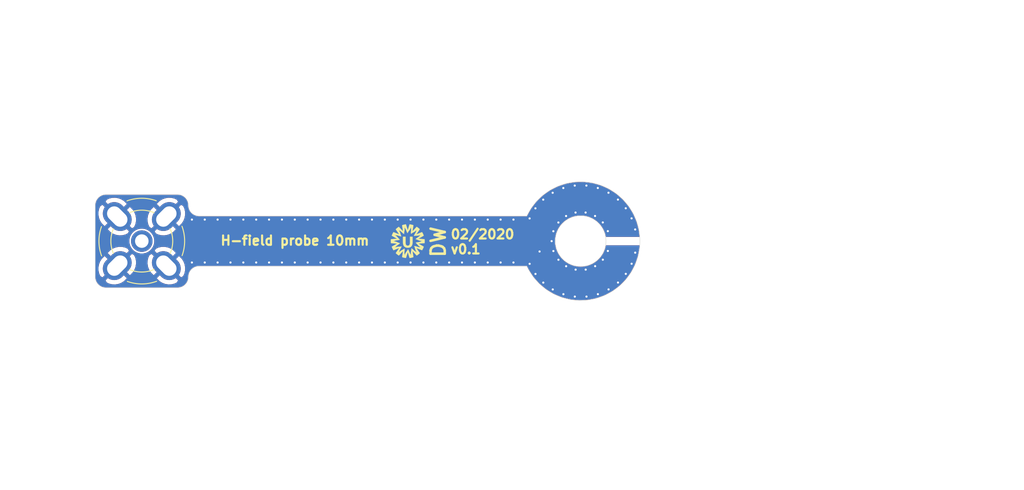
<source format=kicad_pcb>
(kicad_pcb (version 20171130) (host pcbnew "(5.1.5)-3")

  (general
    (thickness 1.6)
    (drawings 26)
    (tracks 97)
    (zones 0)
    (modules 2)
    (nets 3)
  )

  (page A4)
  (layers
    (0 F.Cu signal)
    (1 In1.Cu signal)
    (2 In2.Cu signal)
    (31 B.Cu signal)
    (32 B.Adhes user)
    (33 F.Adhes user)
    (34 B.Paste user)
    (35 F.Paste user)
    (36 B.SilkS user)
    (37 F.SilkS user)
    (38 B.Mask user)
    (39 F.Mask user)
    (40 Dwgs.User user)
    (41 Cmts.User user)
    (42 Eco1.User user)
    (43 Eco2.User user)
    (44 Edge.Cuts user)
    (45 Margin user)
    (46 B.CrtYd user)
    (47 F.CrtYd user)
    (48 B.Fab user hide)
    (49 F.Fab user hide)
  )

  (setup
    (last_trace_width 0.706149)
    (user_trace_width 0.23495)
    (trace_clearance 0.1)
    (zone_clearance 0)
    (zone_45_only no)
    (trace_min 0.2)
    (via_size 0.8)
    (via_drill 0.4)
    (via_min_size 0.4)
    (via_min_drill 0.25)
    (user_via 0.6 0.25)
    (uvia_size 0.3)
    (uvia_drill 0.1)
    (uvias_allowed no)
    (uvia_min_size 0.2)
    (uvia_min_drill 0.1)
    (edge_width 0.05)
    (segment_width 0.2)
    (pcb_text_width 0.3)
    (pcb_text_size 1.5 1.5)
    (mod_edge_width 0.12)
    (mod_text_size 1 1)
    (mod_text_width 0.15)
    (pad_size 2.54 2.54)
    (pad_drill 1.6)
    (pad_to_mask_clearance 0.051)
    (solder_mask_min_width 0.25)
    (aux_axis_origin 0 0)
    (visible_elements 7FFFFF7F)
    (pcbplotparams
      (layerselection 0x010fc_ffffffff)
      (usegerberextensions false)
      (usegerberattributes false)
      (usegerberadvancedattributes false)
      (creategerberjobfile false)
      (excludeedgelayer true)
      (linewidth 0.100000)
      (plotframeref false)
      (viasonmask false)
      (mode 1)
      (useauxorigin false)
      (hpglpennumber 1)
      (hpglpenspeed 20)
      (hpglpendiameter 15.000000)
      (psnegative false)
      (psa4output false)
      (plotreference true)
      (plotvalue true)
      (plotinvisibletext false)
      (padsonsilk false)
      (subtractmaskfromsilk false)
      (outputformat 1)
      (mirror false)
      (drillshape 1)
      (scaleselection 1)
      (outputdirectory ""))
  )

  (net 0 "")
  (net 1 GND)
  (net 2 "Net-(J1-Pad1)")

  (net_class Default "This is the default net class."
    (clearance 0.1)
    (trace_width 0.706149)
    (via_dia 0.8)
    (via_drill 0.4)
    (uvia_dia 0.3)
    (uvia_drill 0.1)
    (add_net GND)
    (add_net "Net-(J1-Pad1)")
  )

  (module _Custom:UMC_logo_4mm (layer F.Cu) (tedit 0) (tstamp 5E58F441)
    (at 142.31 96.28)
    (fp_text reference G*** (at 0 0) (layer F.SilkS) hide
      (effects (font (size 1.524 1.524) (thickness 0.3)))
    )
    (fp_text value LOGO (at 0.75 0) (layer F.SilkS) hide
      (effects (font (size 1.524 1.524) (thickness 0.3)))
    )
    (fp_poly (pts (xy -0.257071 -0.169591) (xy -0.25704 -0.116215) (xy -0.256957 -0.065342) (xy -0.256825 -0.017315)
      (xy -0.256647 0.027523) (xy -0.256425 0.068829) (xy -0.256161 0.106261) (xy -0.255859 0.139476)
      (xy -0.255522 0.16813) (xy -0.255151 0.191882) (xy -0.254749 0.210387) (xy -0.25432 0.223304)
      (xy -0.253972 0.22922) (xy -0.247621 0.280915) (xy -0.237865 0.32773) (xy -0.224612 0.370017)
      (xy -0.207769 0.40813) (xy -0.206923 0.409757) (xy -0.193536 0.431169) (xy -0.176277 0.452534)
      (xy -0.15658 0.472411) (xy -0.13588 0.489361) (xy -0.115612 0.501943) (xy -0.114596 0.502451)
      (xy -0.08209 0.515266) (xy -0.04673 0.523441) (xy -0.009767 0.526975) (xy 0.027549 0.525867)
      (xy 0.063967 0.520117) (xy 0.098235 0.509724) (xy 0.11461 0.502573) (xy 0.134586 0.490462)
      (xy 0.155116 0.473893) (xy 0.17479 0.454284) (xy 0.1922 0.433052) (xy 0.205934 0.411613)
      (xy 0.206924 0.409757) (xy 0.223432 0.373284) (xy 0.236461 0.333357) (xy 0.24617 0.289366)
      (xy 0.252715 0.2407) (xy 0.253879 0.227693) (xy 0.254392 0.218101) (xy 0.254867 0.202576)
      (xy 0.255302 0.181382) (xy 0.255695 0.154779) (xy 0.256045 0.123032) (xy 0.256348 0.086402)
      (xy 0.256603 0.045151) (xy 0.256807 -0.000457) (xy 0.256959 -0.05016) (xy 0.257056 -0.103696)
      (xy 0.257097 -0.160802) (xy 0.257098 -0.172364) (xy 0.257098 -0.53278) (xy 0.573466 -0.53278)
      (xy 0.57214 -0.155652) (xy 0.57193 -0.09717) (xy 0.571725 -0.044508) (xy 0.571512 0.00271)
      (xy 0.571278 0.044858) (xy 0.571012 0.082313) (xy 0.5707 0.115449) (xy 0.57033 0.144641)
      (xy 0.569889 0.170266) (xy 0.569366 0.192698) (xy 0.568747 0.212312) (xy 0.568019 0.229484)
      (xy 0.567172 0.244589) (xy 0.566191 0.258003) (xy 0.565064 0.2701) (xy 0.56378 0.281256)
      (xy 0.562325 0.291847) (xy 0.560686 0.302247) (xy 0.558852 0.312832) (xy 0.556809 0.323977)
      (xy 0.555994 0.328342) (xy 0.541821 0.390316) (xy 0.523365 0.4479) (xy 0.500667 0.501049)
      (xy 0.473767 0.54972) (xy 0.442708 0.593868) (xy 0.407529 0.63345) (xy 0.368271 0.668421)
      (xy 0.324976 0.698739) (xy 0.277685 0.724358) (xy 0.226437 0.745235) (xy 0.171276 0.761325)
      (xy 0.147927 0.766451) (xy 0.099623 0.77471) (xy 0.053105 0.779602) (xy 0.005901 0.781304)
      (xy -0.041817 0.780129) (xy -0.062237 0.778678) (xy -0.085403 0.776353) (xy -0.108005 0.773514)
      (xy -0.121766 0.771408) (xy -0.18099 0.758725) (xy -0.236078 0.741432) (xy -0.287023 0.719536)
      (xy -0.333815 0.693044) (xy -0.376449 0.661965) (xy -0.414917 0.626307) (xy -0.44921 0.586077)
      (xy -0.479322 0.541283) (xy -0.505245 0.491932) (xy -0.526971 0.438034) (xy -0.544492 0.379595)
      (xy -0.557382 0.319049) (xy -0.559326 0.307814) (xy -0.561073 0.297298) (xy -0.562635 0.287124)
      (xy -0.564023 0.276913) (xy -0.56525 0.266285) (xy -0.566327 0.254864) (xy -0.567265 0.242269)
      (xy -0.568078 0.228123) (xy -0.568776 0.212047) (xy -0.569372 0.193662) (xy -0.569876 0.17259)
      (xy -0.570301 0.148451) (xy -0.570659 0.120869) (xy -0.570962 0.089463) (xy -0.571221 0.053856)
      (xy -0.571447 0.013669) (xy -0.571654 -0.031478) (xy -0.571852 -0.081961) (xy -0.572053 -0.138161)
      (xy -0.572109 -0.154103) (xy -0.573425 -0.53278) (xy -0.257097 -0.53278) (xy -0.257071 -0.169591)) (layer F.SilkS) (width 0.01))
    (fp_poly (pts (xy 0.212034 -1.990841) (xy 0.220271 -1.990112) (xy 0.232459 -1.988823) (xy 0.247504 -1.987103)
      (xy 0.264312 -1.985083) (xy 0.281787 -1.982893) (xy 0.298835 -1.980662) (xy 0.314362 -1.97852)
      (xy 0.320598 -1.977614) (xy 0.365421 -1.970209) (xy 0.412453 -1.961036) (xy 0.46038 -1.950426)
      (xy 0.507888 -1.93871) (xy 0.553664 -1.926218) (xy 0.596394 -1.913281) (xy 0.634764 -1.900229)
      (xy 0.648257 -1.895182) (xy 0.66 -1.890566) (xy 0.667029 -1.887252) (xy 0.670413 -1.884324)
      (xy 0.671222 -1.880866) (xy 0.670548 -1.876087) (xy 0.669637 -1.870592) (xy 0.667908 -1.859637)
      (xy 0.665435 -1.84369) (xy 0.662287 -1.823222) (xy 0.658535 -1.7987) (xy 0.654249 -1.770594)
      (xy 0.649501 -1.739373) (xy 0.64436 -1.705505) (xy 0.638898 -1.66946) (xy 0.633186 -1.631707)
      (xy 0.627294 -1.592715) (xy 0.621292 -1.552952) (xy 0.615252 -1.512887) (xy 0.609243 -1.472991)
      (xy 0.603338 -1.43373) (xy 0.597605 -1.395576) (xy 0.592117 -1.358996) (xy 0.586944 -1.324459)
      (xy 0.582156 -1.292435) (xy 0.577824 -1.263392) (xy 0.574019 -1.2378) (xy 0.570811 -1.216127)
      (xy 0.568272 -1.198842) (xy 0.566471 -1.186415) (xy 0.56548 -1.179314) (xy 0.565306 -1.177763)
      (xy 0.567419 -1.179898) (xy 0.573411 -1.186239) (xy 0.58296 -1.196438) (xy 0.595745 -1.210146)
      (xy 0.611443 -1.227016) (xy 0.629733 -1.246699) (xy 0.650293 -1.268848) (xy 0.6728 -1.293116)
      (xy 0.696934 -1.319153) (xy 0.722373 -1.346613) (xy 0.748793 -1.375147) (xy 0.775875 -1.404407)
      (xy 0.803295 -1.434046) (xy 0.830732 -1.463716) (xy 0.857865 -1.493068) (xy 0.884371 -1.521755)
      (xy 0.909928 -1.549429) (xy 0.934215 -1.575742) (xy 0.956909 -1.600347) (xy 0.97769 -1.622894)
      (xy 0.996235 -1.643037) (xy 1.012221 -1.660428) (xy 1.025329 -1.674718) (xy 1.035235 -1.68556)
      (xy 1.041618 -1.692606) (xy 1.04233 -1.693402) (xy 1.051622 -1.703819) (xy 1.083864 -1.683529)
      (xy 1.140413 -1.646568) (xy 1.195028 -1.608172) (xy 1.246123 -1.569478) (xy 1.273098 -1.547698)
      (xy 1.291517 -1.532181) (xy 1.310656 -1.515593) (xy 1.329944 -1.498471) (xy 1.34881 -1.481354)
      (xy 1.366684 -1.46478) (xy 1.382996 -1.449287) (xy 1.397175 -1.435414) (xy 1.40865 -1.423699)
      (xy 1.416852 -1.414681) (xy 1.42121 -1.408897) (xy 1.421769 -1.407397) (xy 1.420054 -1.404543)
      (xy 1.415059 -1.396899) (xy 1.407003 -1.384788) (xy 1.396104 -1.368534) (xy 1.382579 -1.348458)
      (xy 1.366649 -1.324883) (xy 1.348531 -1.298133) (xy 1.328444 -1.26853) (xy 1.306607 -1.236397)
      (xy 1.283237 -1.202057) (xy 1.258554 -1.165832) (xy 1.232777 -1.128046) (xy 1.220779 -1.110475)
      (xy 1.194598 -1.072127) (xy 1.169422 -1.035222) (xy 1.145469 -1.000082) (xy 1.122956 -0.967026)
      (xy 1.1021 -0.936376) (xy 1.083119 -0.90845) (xy 1.066231 -0.883569) (xy 1.051652 -0.862053)
      (xy 1.0396 -0.844223) (xy 1.030293 -0.830398) (xy 1.023948 -0.820899) (xy 1.020782 -0.816046)
      (xy 1.020453 -0.815462) (xy 1.023359 -0.816481) (xy 1.031665 -0.819641) (xy 1.045011 -0.824801)
      (xy 1.063037 -0.83182) (xy 1.085383 -0.840555) (xy 1.111691 -0.850868) (xy 1.1416 -0.862615)
      (xy 1.174751 -0.875656) (xy 1.210784 -0.889849) (xy 1.249339 -0.905054) (xy 1.290057 -0.92113)
      (xy 1.332578 -0.937934) (xy 1.353708 -0.94629) (xy 1.396986 -0.963384) (xy 1.438652 -0.97979)
      (xy 1.478345 -0.995369) (xy 1.515704 -1.009981) (xy 1.550369 -1.023486) (xy 1.581977 -1.035745)
      (xy 1.610169 -1.046619) (xy 1.634583 -1.055969) (xy 1.654858 -1.063654) (xy 1.670634 -1.069536)
      (xy 1.681549 -1.073475) (xy 1.687242 -1.075331) (xy 1.688015 -1.075441) (xy 1.692968 -1.067972)
      (xy 1.700351 -1.056303) (xy 1.709466 -1.041582) (xy 1.719618 -1.024958) (xy 1.73011 -1.00758)
      (xy 1.740248 -0.990595) (xy 1.749335 -0.975154) (xy 1.756674 -0.962404) (xy 1.758754 -0.958695)
      (xy 1.773186 -0.931819) (xy 1.788793 -0.901223) (xy 1.804832 -0.868478) (xy 1.820557 -0.835154)
      (xy 1.835225 -0.802821) (xy 1.848092 -0.773049) (xy 1.856364 -0.752707) (xy 1.864926 -0.730526)
      (xy 1.872774 -0.709558) (xy 1.879647 -0.690556) (xy 1.885285 -0.674272) (xy 1.889427 -0.661458)
      (xy 1.891815 -0.652867) (xy 1.892186 -0.649251) (xy 1.892156 -0.649221) (xy 1.889281 -0.647509)
      (xy 1.881751 -0.643137) (xy 1.870285 -0.63652) (xy 1.855606 -0.628075) (xy 1.838435 -0.618217)
      (xy 1.821262 -0.608375) (xy 1.787248 -0.588878) (xy 1.751679 -0.568457) (xy 1.714932 -0.547332)
      (xy 1.677385 -0.52572) (xy 1.639416 -0.50384) (xy 1.601402 -0.481912) (xy 1.563721 -0.460153)
      (xy 1.52675 -0.438783) (xy 1.490867 -0.41802) (xy 1.456449 -0.398084) (xy 1.423874 -0.379192)
      (xy 1.393519 -0.361564) (xy 1.365761 -0.345418) (xy 1.34098 -0.330972) (xy 1.319551 -0.318447)
      (xy 1.301852 -0.30806) (xy 1.288262 -0.30003) (xy 1.279156 -0.294575) (xy 1.274914 -0.291916)
      (xy 1.274647 -0.291686) (xy 1.277862 -0.291242) (xy 1.286595 -0.290414) (xy 1.300184 -0.289256)
      (xy 1.317966 -0.287821) (xy 1.339279 -0.286162) (xy 1.363462 -0.284333) (xy 1.389852 -0.282385)
      (xy 1.399073 -0.281716) (xy 1.432259 -0.279315) (xy 1.469853 -0.276594) (xy 1.510083 -0.27368)
      (xy 1.551178 -0.270703) (xy 1.591368 -0.267791) (xy 1.628882 -0.265071) (xy 1.652549 -0.263354)
      (xy 1.684689 -0.261025) (xy 1.718622 -0.25857) (xy 1.753011 -0.256086) (xy 1.786523 -0.253668)
      (xy 1.817821 -0.251414) (xy 1.845571 -0.24942) (xy 1.86783 -0.247824) (xy 1.89118 -0.246132)
      (xy 1.913395 -0.24448) (xy 1.933456 -0.242947) (xy 1.950348 -0.241612) (xy 1.963054 -0.240553)
      (xy 1.970372 -0.239871) (xy 1.987732 -0.238009) (xy 1.992839 -0.189474) (xy 1.998323 -0.127192)
      (xy 2.001808 -0.06442) (xy 2.003233 -0.002997) (xy 2.002538 0.055243) (xy 2.001605 0.078214)
      (xy 2.000366 0.100319) (xy 1.998846 0.12327) (xy 1.997125 0.146202) (xy 1.995283 0.168246)
      (xy 1.993402 0.188538) (xy 1.991563 0.20621) (xy 1.989846 0.220396) (xy 1.988332 0.23023)
      (xy 1.987102 0.234845) (xy 1.986984 0.235001) (xy 1.983711 0.235521) (xy 1.97501 0.236422)
      (xy 1.961632 0.237639) (xy 1.944328 0.239108) (xy 1.923848 0.240763) (xy 1.900943 0.242541)
      (xy 1.888855 0.243452) (xy 1.860965 0.245537) (xy 1.831492 0.247743) (xy 1.801982 0.249955)
      (xy 1.773985 0.252056) (xy 1.749046 0.25393) (xy 1.728713 0.255462) (xy 1.728439 0.255482)
      (xy 1.710063 0.256865) (xy 1.690551 0.258325) (xy 1.669386 0.259901) (xy 1.646052 0.26163)
      (xy 1.62003 0.26355) (xy 1.590804 0.2657) (xy 1.557855 0.268118) (xy 1.520667 0.270841)
      (xy 1.478723 0.273908) (xy 1.431505 0.277356) (xy 1.392354 0.280214) (xy 1.36684 0.282084)
      (xy 1.343111 0.283838) (xy 1.32192 0.285421) (xy 1.304019 0.286775) (xy 1.290162 0.287844)
      (xy 1.281099 0.28857) (xy 1.277744 0.288873) (xy 1.277833 0.290578) (xy 1.283188 0.294945)
      (xy 1.293564 0.301807) (xy 1.308718 0.310997) (xy 1.318013 0.316414) (xy 1.338124 0.328003)
      (xy 1.362248 0.341889) (xy 1.389813 0.357746) (xy 1.420251 0.375246) (xy 1.452991 0.394062)
      (xy 1.487463 0.413867) (xy 1.523097 0.434333) (xy 1.559322 0.455135) (xy 1.59557 0.475943)
      (xy 1.63127 0.496432) (xy 1.665852 0.516273) (xy 1.698746 0.53514) (xy 1.729382 0.552706)
      (xy 1.757191 0.568643) (xy 1.781601 0.582624) (xy 1.802043 0.594322) (xy 1.817947 0.60341)
      (xy 1.823589 0.606628) (xy 1.842243 0.617368) (xy 1.858984 0.627222) (xy 1.873095 0.635748)
      (xy 1.883857 0.642507) (xy 1.890553 0.647059) (xy 1.89251 0.648873) (xy 1.891476 0.653744)
      (xy 1.888456 0.663446) (xy 1.88379 0.677067) (xy 1.877818 0.693697) (xy 1.870877 0.712424)
      (xy 1.863308 0.732337) (xy 1.85545 0.752524) (xy 1.847641 0.772075) (xy 1.840221 0.790077)
      (xy 1.838123 0.795036) (xy 1.824557 0.825885) (xy 1.809268 0.858953) (xy 1.793034 0.892663)
      (xy 1.776628 0.925437) (xy 1.760827 0.955699) (xy 1.746405 0.981872) (xy 1.745387 0.98365)
      (xy 1.737597 0.996924) (xy 1.728751 1.011533) (xy 1.719449 1.026541) (xy 1.71029 1.041013)
      (xy 1.701873 1.054012) (xy 1.694796 1.064605) (xy 1.68966 1.071855) (xy 1.687063 1.074828)
      (xy 1.686967 1.074854) (xy 1.683967 1.073741) (xy 1.675567 1.070497) (xy 1.662128 1.065265)
      (xy 1.644012 1.058186) (xy 1.621582 1.049402) (xy 1.5952 1.039056) (xy 1.565227 1.027289)
      (xy 1.532027 1.014245) (xy 1.495961 1.000065) (xy 1.457391 0.98489) (xy 1.416679 0.968864)
      (xy 1.374189 0.952129) (xy 1.355093 0.944605) (xy 1.311946 0.927616) (xy 1.270423 0.911293)
      (xy 1.230884 0.895776) (xy 1.193691 0.881207) (xy 1.159207 0.867727) (xy 1.127793 0.855475)
      (xy 1.099811 0.844592) (xy 1.075622 0.835221) (xy 1.055588 0.827501) (xy 1.040072 0.821573)
      (xy 1.029434 0.817578) (xy 1.024036 0.815657) (xy 1.023415 0.815505) (xy 1.024979 0.818158)
      (xy 1.02983 0.825599) (xy 1.037752 0.837507) (xy 1.048526 0.853562) (xy 1.061936 0.873444)
      (xy 1.077765 0.896831) (xy 1.095794 0.923404) (xy 1.115806 0.952842) (xy 1.137585 0.984824)
      (xy 1.160913 1.01903) (xy 1.185573 1.055139) (xy 1.211346 1.092831) (xy 1.22341 1.110457)
      (xy 1.424555 1.404261) (xy 1.415534 1.415651) (xy 1.40985 1.421968) (xy 1.400254 1.431675)
      (xy 1.387496 1.444075) (xy 1.372325 1.458476) (xy 1.355489 1.474184) (xy 1.337738 1.490505)
      (xy 1.31982 1.506745) (xy 1.302484 1.522211) (xy 1.28648 1.536209) (xy 1.273098 1.547592)
      (xy 1.251949 1.564783) (xy 1.228228 1.583273) (xy 1.20284 1.602418) (xy 1.176693 1.621575)
      (xy 1.150692 1.640098) (xy 1.125743 1.657344) (xy 1.102753 1.672667) (xy 1.082626 1.685425)
      (xy 1.06627 1.694971) (xy 1.064584 1.695881) (xy 1.053036 1.702043) (xy 1.046134 1.693724)
      (xy 1.042357 1.689435) (xy 1.034826 1.681123) (xy 1.023867 1.669135) (xy 1.0098 1.65382)
      (xy 0.992949 1.635525) (xy 0.973638 1.614597) (xy 0.952188 1.591385) (xy 0.928923 1.566236)
      (xy 0.904165 1.539498) (xy 0.878238 1.511519) (xy 0.851464 1.482645) (xy 0.824167 1.453226)
      (xy 0.796668 1.423608) (xy 0.769291 1.394139) (xy 0.74236 1.365168) (xy 0.716196 1.337041)
      (xy 0.691122 1.310106) (xy 0.667462 1.284711) (xy 0.645538 1.261204) (xy 0.625674 1.239933)
      (xy 0.608191 1.221245) (xy 0.593414 1.205487) (xy 0.581664 1.193008) (xy 0.573266 1.184155)
      (xy 0.56854 1.179276) (xy 0.567592 1.178401) (xy 0.567939 1.181494) (xy 0.569152 1.190243)
      (xy 0.571161 1.204179) (xy 0.573894 1.222834) (xy 0.57728 1.24574) (xy 0.581249 1.272427)
      (xy 0.585729 1.302428) (xy 0.59065 1.335275) (xy 0.595941 1.370498) (xy 0.601531 1.40763)
      (xy 0.607348 1.446203) (xy 0.613322 1.485747) (xy 0.619383 1.525795) (xy 0.625458 1.565879)
      (xy 0.631478 1.605529) (xy 0.637371 1.644278) (xy 0.643066 1.681657) (xy 0.648493 1.717198)
      (xy 0.65358 1.750433) (xy 0.658256 1.780892) (xy 0.662452 1.808109) (xy 0.666094 1.831614)
      (xy 0.669114 1.850939) (xy 0.67144 1.865616) (xy 0.673 1.875176) (xy 0.673688 1.879002)
      (xy 0.67377 1.881412) (xy 0.672348 1.883689) (xy 0.668679 1.886177) (xy 0.662019 1.889218)
      (xy 0.651626 1.893158) (xy 0.636756 1.898339) (xy 0.618686 1.904429) (xy 0.538312 1.92964)
      (xy 0.460766 1.950444) (xy 0.384821 1.967119) (xy 0.309249 1.979943) (xy 0.254179 1.98697)
      (xy 0.238901 1.988605) (xy 0.22604 1.98988) (xy 0.21674 1.990688) (xy 0.212146 1.990925)
      (xy 0.211862 1.990878) (xy 0.210883 1.987886) (xy 0.208203 1.979342) (xy 0.203935 1.965615)
      (xy 0.198194 1.947076) (xy 0.191094 1.924095) (xy 0.182749 1.897043) (xy 0.173274 1.866289)
      (xy 0.162781 1.832205) (xy 0.151386 1.795161) (xy 0.139202 1.755526) (xy 0.126344 1.713672)
      (xy 0.112926 1.669968) (xy 0.106447 1.648854) (xy 0.092804 1.604453) (xy 0.079652 1.561762)
      (xy 0.067105 1.521149) (xy 0.055279 1.48298) (xy 0.044287 1.447622) (xy 0.034246 1.415444)
      (xy 0.02527 1.386812) (xy 0.017474 1.362092) (xy 0.010973 1.341654) (xy 0.005881 1.325863)
      (xy 0.002315 1.315087) (xy 0.000389 1.309693) (xy 0.000081 1.309123) (xy -0.001021 1.312235)
      (xy -0.003819 1.320899) (xy -0.008197 1.334742) (xy -0.01404 1.353392) (xy -0.021231 1.376475)
      (xy -0.029657 1.40362) (xy -0.039201 1.434454) (xy -0.049747 1.468603) (xy -0.061182 1.505696)
      (xy -0.073388 1.54536) (xy -0.086251 1.587221) (xy -0.099655 1.630908) (xy -0.105645 1.650451)
      (xy -0.123819 1.70966) (xy -0.140258 1.762998) (xy -0.154986 1.810535) (xy -0.168025 1.852344)
      (xy -0.179396 1.888493) (xy -0.189124 1.919053) (xy -0.197229 1.944094) (xy -0.203734 1.963688)
      (xy -0.208663 1.977904) (xy -0.212036 1.986813) (xy -0.213878 1.990485) (xy -0.21406 1.990597)
      (xy -0.21916 1.990448) (xy -0.228418 1.989662) (xy -0.239845 1.988407) (xy -0.240061 1.988381)
      (xy -0.335621 1.974822) (xy -0.426237 1.95791) (xy -0.512214 1.93758) (xy -0.583016 1.91721)
      (xy -0.608961 1.908854) (xy -0.631049 1.901268) (xy -0.648845 1.89462) (xy -0.661915 1.889082)
      (xy -0.669824 1.884824) (xy -0.67217 1.882237) (xy -0.671712 1.878754) (xy -0.670377 1.869538)
      (xy -0.668225 1.854981) (xy -0.665314 1.835474) (xy -0.661703 1.811409) (xy -0.657452 1.783177)
      (xy -0.652619 1.75117) (xy -0.647264 1.715779) (xy -0.641446 1.677395) (xy -0.635223 1.636411)
      (xy -0.628655 1.593217) (xy -0.621801 1.548205) (xy -0.619523 1.533259) (xy -0.612584 1.487698)
      (xy -0.605913 1.443801) (xy -0.599568 1.40196) (xy -0.593609 1.36257) (xy -0.588094 1.326026)
      (xy -0.583083 1.29272) (xy -0.578635 1.263048) (xy -0.574809 1.237404) (xy -0.571665 1.216182)
      (xy -0.569261 1.199776) (xy -0.567657 1.18858) (xy -0.566912 1.182988) (xy -0.566864 1.182449)
      (xy -0.568914 1.183934) (xy -0.574892 1.189704) (xy -0.584536 1.199479) (xy -0.597581 1.212982)
      (xy -0.613766 1.229934) (xy -0.632828 1.250057) (xy -0.654504 1.273072) (xy -0.678532 1.298701)
      (xy -0.704647 1.326666) (xy -0.732589 1.356688) (xy -0.762093 1.388489) (xy -0.792897 1.42179)
      (xy -0.796422 1.425607) (xy -0.827415 1.459166) (xy -0.857421 1.491641) (xy -0.88615 1.52272)
      (xy -0.913311 1.552089) (xy -0.938613 1.579434) (xy -0.961768 1.604443) (xy -0.982483 1.626801)
      (xy -1.000469 1.646194) (xy -1.015435 1.66231) (xy -1.027091 1.674835) (xy -1.035146 1.683455)
      (xy -1.03931 1.687856) (xy -1.039444 1.687993) (xy -1.043862 1.692676) (xy -1.047453 1.696188)
      (xy -1.050928 1.69828) (xy -1.054999 1.698701) (xy -1.060376 1.697204) (xy -1.067771 1.693536)
      (xy -1.077893 1.687449) (xy -1.091454 1.678693) (xy -1.109165 1.667019) (xy -1.120601 1.659481)
      (xy -1.163949 1.630221) (xy -1.20403 1.601481) (xy -1.243145 1.571554) (xy -1.283591 1.538728)
      (xy -1.288585 1.534562) (xy -1.305357 1.520265) (xy -1.322983 1.504768) (xy -1.340854 1.488652)
      (xy -1.358362 1.472498) (xy -1.374901 1.456888) (xy -1.389861 1.442403) (xy -1.402636 1.429624)
      (xy -1.412616 1.419133) (xy -1.419196 1.411511) (xy -1.421766 1.407338) (xy -1.42178 1.407174)
      (xy -1.420064 1.40405) (xy -1.415062 1.396144) (xy -1.406995 1.383783) (xy -1.396081 1.367292)
      (xy -1.382541 1.346999) (xy -1.366593 1.323229) (xy -1.348458 1.29631) (xy -1.328354 1.266566)
      (xy -1.306503 1.234325) (xy -1.283123 1.199913) (xy -1.258434 1.163656) (xy -1.232655 1.125881)
      (xy -1.221714 1.109873) (xy -1.195587 1.071638) (xy -1.170475 1.034841) (xy -1.146594 0.999804)
      (xy -1.124164 0.966848) (xy -1.1034 0.936294) (xy -1.084522 0.908464) (xy -1.067746 0.883678)
      (xy -1.053291 0.86226) (xy -1.041374 0.844529) (xy -1.032212 0.830807) (xy -1.026023 0.821415)
      (xy -1.023025 0.816675) (xy -1.022771 0.816147) (xy -1.025793 0.817013) (xy -1.03398 0.819943)
      (xy -1.046741 0.824711) (xy -1.063486 0.83109) (xy -1.083625 0.838856) (xy -1.106565 0.847782)
      (xy -1.131717 0.857641) (xy -1.14927 0.864561) (xy -1.178164 0.875975) (xy -1.207423 0.887532)
      (xy -1.236072 0.898845) (xy -1.263138 0.909531) (xy -1.287645 0.919205) (xy -1.30862 0.927482)
      (xy -1.325089 0.933977) (xy -1.328853 0.935461) (xy -1.34265 0.940902) (xy -1.361391 0.9483)
      (xy -1.38426 0.957332) (xy -1.410442 0.967676) (xy -1.439119 0.979008) (xy -1.469477 0.991008)
      (xy -1.500698 1.003351) (xy -1.531967 1.015716) (xy -1.534841 1.016853) (xy -1.686621 1.076882)
      (xy -1.704832 1.048924) (xy -1.724597 1.017256) (xy -1.745631 0.981178) (xy -1.767178 0.942138)
      (xy -1.788484 0.901579) (xy -1.80879 0.860948) (xy -1.827342 0.82169) (xy -1.843384 0.785251)
      (xy -1.845974 0.779037) (xy -1.851735 0.764728) (xy -1.858204 0.74809) (xy -1.865015 0.730129)
      (xy -1.871802 0.71185) (xy -1.878201 0.694257) (xy -1.883846 0.678356) (xy -1.888372 0.66515)
      (xy -1.891413 0.655646) (xy -1.892605 0.650848) (xy -1.892609 0.650723) (xy -1.889977 0.648881)
      (xy -1.882305 0.644155) (xy -1.869927 0.636742) (xy -1.853179 0.626837) (xy -1.832397 0.614635)
      (xy -1.807917 0.600332) (xy -1.780073 0.584122) (xy -1.749201 0.566202) (xy -1.715637 0.546768)
      (xy -1.679715 0.526013) (xy -1.641772 0.504135) (xy -1.602143 0.481327) (xy -1.583225 0.470455)
      (xy -1.529654 0.439641) (xy -1.48143 0.411825) (xy -1.438499 0.386971) (xy -1.400802 0.365047)
      (xy -1.368285 0.346019) (xy -1.340892 0.329856) (xy -1.318565 0.316522) (xy -1.301249 0.305986)
      (xy -1.288888 0.298214) (xy -1.281426 0.293173) (xy -1.278806 0.290829) (xy -1.278889 0.290665)
      (xy -1.282588 0.290176) (xy -1.29207 0.289277) (xy -1.306939 0.288) (xy -1.326799 0.286374)
      (xy -1.351254 0.28443) (xy -1.379907 0.282199) (xy -1.412363 0.279711) (xy -1.448226 0.276997)
      (xy -1.487099 0.274087) (xy -1.528586 0.271012) (xy -1.57229 0.267802) (xy -1.617817 0.264488)
      (xy -1.633963 0.26332) (xy -1.679957 0.25998) (xy -1.724218 0.256733) (xy -1.766356 0.253609)
      (xy -1.805977 0.250639) (xy -1.842692 0.247854) (xy -1.876108 0.245283) (xy -1.905834 0.242958)
      (xy -1.931478 0.240908) (xy -1.95265 0.239165) (xy -1.968957 0.237758) (xy -1.980008 0.236718)
      (xy -1.985411 0.236076) (xy -1.985898 0.235948) (xy -1.987092 0.231918) (xy -1.988659 0.222457)
      (xy -1.990511 0.208312) (xy -1.992562 0.190228) (xy -1.994724 0.168952) (xy -1.996909 0.145232)
      (xy -1.997941 0.133195) (xy -2.000685 0.092385) (xy -2.00247 0.048239) (xy -2.002519 0.04539)
      (xy -1.650008 0.04539) (xy -1.64662 0.045284) (xy -1.639039 0.043779) (xy -1.630532 0.041631)
      (xy -1.613913 0.038347) (xy -1.592836 0.036074) (xy -1.568963 0.034849) (xy -1.543954 0.034708)
      (xy -1.519469 0.035685) (xy -1.49717 0.037818) (xy -1.491475 0.038637) (xy -1.4725 0.041932)
      (xy -1.453501 0.045938) (xy -1.433878 0.050863) (xy -1.413031 0.056915) (xy -1.390357 0.064301)
      (xy -1.365257 0.073229) (xy -1.33713 0.083907) (xy -1.305375 0.096543) (xy -1.269391 0.111344)
      (xy -1.228578 0.128518) (xy -1.215792 0.133956) (xy -1.172597 0.152154) (xy -1.134239 0.167838)
      (xy -1.100008 0.181257) (xy -1.069195 0.192657) (xy -1.04109 0.202286) (xy -1.014983 0.210389)
      (xy -0.990166 0.217215) (xy -0.965929 0.223011) (xy -0.951003 0.226171) (xy -0.937644 0.228941)
      (xy -0.92675 0.231336) (xy -0.919619 0.233062) (xy -0.917502 0.233758) (xy -0.918725 0.236632)
      (xy -0.923538 0.242972) (xy -0.93113 0.251889) (xy -0.940688 0.262489) (xy -0.951399 0.273883)
      (xy -0.962452 0.285179) (xy -0.973032 0.295486) (xy -0.97789 0.299989) (xy -0.99202 0.312513)
      (xy -1.006785 0.324961) (xy -1.022772 0.337763) (xy -1.04057 0.351351) (xy -1.060763 0.366157)
      (xy -1.083939 0.382613) (xy -1.110685 0.401148) (xy -1.141588 0.422196) (xy -1.171309 0.442215)
      (xy -1.207759 0.466797) (xy -1.239463 0.488487) (xy -1.266922 0.50768) (xy -1.29064 0.524775)
      (xy -1.311119 0.540167) (xy -1.328863 0.554255) (xy -1.344372 0.567435) (xy -1.358152 0.580104)
      (xy -1.370703 0.592659) (xy -1.382529 0.605497) (xy -1.392092 0.616579) (xy -1.412132 0.642408)
      (xy -1.430204 0.669641) (xy -1.445609 0.697014) (xy -1.457647 0.723269) (xy -1.465616 0.747144)
      (xy -1.466407 0.750396) (xy -1.467061 0.754235) (xy -1.466186 0.755625) (xy -1.462934 0.754214)
      (xy -1.456458 0.749648) (xy -1.446713 0.742195) (xy -1.415583 0.720689) (xy -1.382163 0.702724)
      (xy -1.345581 0.687949) (xy -1.304959 0.676013) (xy -1.259426 0.666563) (xy -1.257609 0.666253)
      (xy -1.24062 0.663534) (xy -1.223259 0.661137) (xy -1.204759 0.658997) (xy -1.18435 0.657051)
      (xy -1.161262 0.655238) (xy -1.134726 0.653493) (xy -1.103972 0.651754) (xy -1.068231 0.649958)
      (xy -1.045426 0.648889) (xy -0.990907 0.646073) (xy -0.942084 0.64287) (xy -0.898469 0.639223)
      (xy -0.859572 0.635075) (xy -0.824902 0.630368) (xy -0.793972 0.625044) (xy -0.76629 0.619045)
      (xy -0.745737 0.613601) (xy -0.73476 0.610582) (xy -0.72844 0.609405) (xy -0.725542 0.609999)
      (xy -0.724829 0.612293) (xy -0.724829 0.612399) (xy -0.72577 0.616937) (xy -0.728361 0.626167)
      (xy -0.732249 0.638917) (xy -0.737084 0.654016) (xy -0.739377 0.660967) (xy -0.751251 0.692961)
      (xy -0.766827 0.728918) (xy -0.785751 0.768118) (xy -0.807668 0.809842) (xy -0.832222 0.85337)
      (xy -0.844132 0.873512) (xy -0.867711 0.913036) (xy -0.888221 0.947918) (xy -0.905956 0.978718)
      (xy -0.921207 1.006001) (xy -0.934267 1.030328) (xy -0.945426 1.052261) (xy -0.954978 1.072363)
      (xy -0.963214 1.091196) (xy -0.970427 1.109322) (xy -0.976907 1.127303) (xy -0.978714 1.132638)
      (xy -0.989308 1.168333) (xy -0.99612 1.201436) (xy -0.999463 1.234006) (xy -0.99965 1.268101)
      (xy -0.999578 1.27) (xy -0.998681 1.289743) (xy -0.997639 1.303595) (xy -0.996173 1.311863)
      (xy -0.994003 1.31485) (xy -0.990849 1.312861) (xy -0.986432 1.306198) (xy -0.980472 1.295168)
      (xy -0.979024 1.292374) (xy -0.960652 1.260795) (xy -0.93909 1.231386) (xy -0.913664 1.203431)
      (xy -0.883701 1.176215) (xy -0.848525 1.149022) (xy -0.834792 1.139332) (xy -0.822921 1.131251)
      (xy -0.811098 1.123489) (xy -0.798637 1.115647) (xy -0.784854 1.107328) (xy -0.769066 1.098132)
      (xy -0.750587 1.087662) (xy -0.728734 1.07552) (xy -0.702821 1.061307) (xy -0.672165 1.044626)
      (xy -0.669768 1.043325) (xy -0.631385 1.022403) (xy -0.597893 1.003904) (xy -0.568664 0.987438)
      (xy -0.543071 0.972612) (xy -0.520485 0.959036) (xy -0.500279 0.946318) (xy -0.481825 0.934066)
      (xy -0.464496 0.921888) (xy -0.447663 0.909394) (xy -0.4307 0.896192) (xy -0.419647 0.887321)
      (xy -0.388142 0.86179) (xy -0.384664 0.880816) (xy -0.37937 0.918566) (xy -0.376227 0.962112)
      (xy -0.375235 1.01144) (xy -0.376395 1.066535) (xy -0.379707 1.127384) (xy -0.385171 1.193973)
      (xy -0.385477 1.197208) (xy -0.3878 1.22285) (xy -0.390022 1.249679) (xy -0.392026 1.276104)
      (xy -0.393694 1.30054) (xy -0.394911 1.321398) (xy -0.395392 1.331951) (xy -0.395635 1.387345)
      (xy -0.391911 1.438233) (xy -0.38415 1.484924) (xy -0.372285 1.527726) (xy -0.356247 1.566947)
      (xy -0.335968 1.602896) (xy -0.334916 1.604501) (xy -0.323695 1.621502) (xy -0.321775 1.584367)
      (xy -0.320003 1.562552) (xy -0.317105 1.54073) (xy -0.313475 1.521781) (xy -0.312889 1.519354)
      (xy -0.306641 1.496824) (xy -0.299079 1.474408) (xy -0.289915 1.451598) (xy -0.27886 1.427884)
      (xy -0.265625 1.402757) (xy -0.249923 1.375706) (xy -0.231465 1.346223) (xy -0.209961 1.313799)
      (xy -0.185125 1.277924) (xy -0.156666 1.238088) (xy -0.142715 1.21889) (xy -0.108461 1.17121)
      (xy -0.078382 1.127725) (xy -0.052331 1.088194) (xy -0.030158 1.052378) (xy -0.011713 1.020035)
      (xy 0.003153 0.990926) (xy 0.0138 0.966786) (xy 0.022855 0.944292) (xy 0.028676 0.951494)
      (xy 0.039494 0.966072) (xy 0.051973 0.98486) (xy 0.065235 1.006419) (xy 0.078398 1.029309)
      (xy 0.090581 1.052092) (xy 0.092337 1.055546) (xy 0.100353 1.071716) (xy 0.108014 1.087855)
      (xy 0.115637 1.104727) (xy 0.123541 1.123098) (xy 0.132042 1.143732) (xy 0.141458 1.167393)
      (xy 0.152106 1.194848) (xy 0.164303 1.226861) (xy 0.173505 1.251258) (xy 0.191056 1.297131)
      (xy 0.207237 1.337609) (xy 0.222357 1.37326) (xy 0.236727 1.404654) (xy 0.250654 1.432358)
      (xy 0.264448 1.456943) (xy 0.278417 1.478975) (xy 0.292872 1.499024) (xy 0.30812 1.517658)
      (xy 0.32447 1.535446) (xy 0.332186 1.543243) (xy 0.340433 1.550781) (xy 0.351115 1.559656)
      (xy 0.363236 1.569144) (xy 0.375799 1.578524) (xy 0.387808 1.587072) (xy 0.398267 1.594067)
      (xy 0.406178 1.598785) (xy 0.410546 1.600505) (xy 0.410982 1.600368) (xy 0.410218 1.597302)
      (xy 0.407297 1.589943) (xy 0.40275 1.579582) (xy 0.399844 1.573275) (xy 0.388646 1.546474)
      (xy 0.380159 1.51924) (xy 0.374201 1.490455) (xy 0.37059 1.458999) (xy 0.369142 1.423751)
      (xy 0.369543 1.387708) (xy 0.370172 1.370209) (xy 0.371016 1.353889) (xy 0.372181 1.337954)
      (xy 0.373771 1.321613) (xy 0.375892 1.304072) (xy 0.37865 1.284539) (xy 0.382151 1.262221)
      (xy 0.3865 1.236327) (xy 0.391803 1.206062) (xy 0.398165 1.170636) (xy 0.399288 1.164439)
      (xy 0.408996 1.109077) (xy 0.417006 1.059351) (xy 0.423352 1.014948) (xy 0.428068 0.975558)
      (xy 0.431189 0.940868) (xy 0.43275 0.910565) (xy 0.432783 0.884339) (xy 0.431905 0.868092)
      (xy 0.431226 0.856413) (xy 0.431224 0.847537) (xy 0.431878 0.842896) (xy 0.432254 0.842537)
      (xy 0.436565 0.844072) (xy 0.444935 0.848227) (xy 0.456175 0.854327) (xy 0.469098 0.8617)
      (xy 0.482516 0.869669) (xy 0.495241 0.877561) (xy 0.503862 0.883189) (xy 0.519703 0.89417)
      (xy 0.53576 0.906001) (xy 0.552531 0.919115) (xy 0.570515 0.933944) (xy 0.590211 0.95092)
      (xy 0.612118 0.970475) (xy 0.636734 0.993042) (xy 0.664559 1.019051) (xy 0.696091 1.048937)
      (xy 0.705138 1.057567) (xy 0.737963 1.088575) (xy 0.767232 1.115448) (xy 0.79353 1.138656)
      (xy 0.817443 1.158672) (xy 0.839554 1.175966) (xy 0.860451 1.191012) (xy 0.880717 1.204279)
      (xy 0.900939 1.21624) (xy 0.904488 1.218219) (xy 0.938285 1.234642) (xy 0.973909 1.247855)
      (xy 1.009529 1.257278) (xy 1.043314 1.262331) (xy 1.044012 1.262388) (xy 1.055558 1.263214)
      (xy 1.061838 1.263282) (xy 1.063749 1.26244) (xy 1.062189 1.260537) (xy 1.060915 1.259534)
      (xy 1.035554 1.238656) (xy 1.012446 1.215979) (xy 0.9913 1.190983) (xy 0.971827 1.163147)
      (xy 0.953733 1.131948) (xy 0.93673 1.096865) (xy 0.920525 1.057376) (xy 0.904828 1.01296)
      (xy 0.889349 0.963096) (xy 0.88276 0.94011) (xy 0.871786 0.901025) (xy 0.862303 0.86735)
      (xy 0.854146 0.838524) (xy 0.847148 0.813987) (xy 0.841144 0.793179) (xy 0.835969 0.775539)
      (xy 0.831457 0.760507) (xy 0.827443 0.747523) (xy 0.82376 0.736027) (xy 0.820244 0.725459)
      (xy 0.816728 0.715258) (xy 0.814092 0.707793) (xy 0.806912 0.688772) (xy 0.797912 0.666647)
      (xy 0.788105 0.643823) (xy 0.778507 0.622705) (xy 0.775881 0.617189) (xy 0.767412 0.599374)
      (xy 0.76157 0.586408) (xy 0.758118 0.577651) (xy 0.756816 0.572459) (xy 0.757426 0.570192)
      (xy 0.758327 0.569954) (xy 0.763429 0.57023) (xy 0.773189 0.570977) (xy 0.786099 0.572072)
      (xy 0.797622 0.573112) (xy 0.82025 0.575483) (xy 0.84232 0.578429) (xy 0.864537 0.582121)
      (xy 0.887604 0.586736) (xy 0.912225 0.592446) (xy 0.939103 0.599425) (xy 0.968942 0.607846)
      (xy 1.002446 0.617885) (xy 1.040318 0.629715) (xy 1.083261 0.643509) (xy 1.085596 0.644267)
      (xy 1.133992 0.659644) (xy 1.177312 0.67263) (xy 1.216148 0.683325) (xy 1.251096 0.691834)
      (xy 1.282749 0.698256) (xy 1.311701 0.702696) (xy 1.338547 0.705254) (xy 1.36388 0.706033)
      (xy 1.388295 0.705135) (xy 1.412385 0.702662) (xy 1.419448 0.701657) (xy 1.430794 0.699581)
      (xy 1.444355 0.696546) (xy 1.458977 0.692879) (xy 1.47351 0.688912) (xy 1.4868 0.684973)
      (xy 1.497698 0.681392) (xy 1.505049 0.678498) (xy 1.507704 0.676621) (xy 1.507615 0.676435)
      (xy 1.504341 0.675265) (xy 1.496385 0.672976) (xy 1.485077 0.669943) (xy 1.476275 0.667675)
      (xy 1.43974 0.655957) (xy 1.403428 0.63929) (xy 1.366844 0.61739) (xy 1.329493 0.589972)
      (xy 1.304216 0.568746) (xy 1.293484 0.559122) (xy 1.282735 0.549056) (xy 1.271515 0.538062)
      (xy 1.259369 0.525653) (xy 1.245842 0.511341) (xy 1.230479 0.494641) (xy 1.212827 0.475066)
      (xy 1.19243 0.452129) (xy 1.168834 0.425344) (xy 1.147624 0.401134) (xy 1.112449 0.361469)
      (xy 1.080271 0.326403) (xy 1.050572 0.295434) (xy 1.022834 0.268058) (xy 0.99654 0.243774)
      (xy 0.971173 0.222078) (xy 0.946216 0.202468) (xy 0.933784 0.193328) (xy 0.924794 0.186862)
      (xy 0.958781 0.17355) (xy 0.983538 0.164286) (xy 1.008059 0.156079) (xy 1.033233 0.148727)
      (xy 1.059952 0.142024) (xy 1.089104 0.13577) (xy 1.121581 0.12976) (xy 1.158272 0.123792)
      (xy 1.200067 0.117662) (xy 1.209598 0.116332) (xy 1.247337 0.111074) (xy 1.279618 0.1065)
      (xy 1.307123 0.1025) (xy 1.33054 0.098967) (xy 1.350553 0.095791) (xy 1.367846 0.092865)
      (xy 1.383105 0.090079) (xy 1.397015 0.087325) (xy 1.409391 0.084687) (xy 1.461806 0.071184)
      (xy 1.508724 0.054944) (xy 1.550219 0.035937) (xy 1.58316 0.016327) (xy 1.593348 0.00898)
      (xy 1.604858 -0.000068) (xy 1.616779 -0.010003) (xy 1.628201 -0.02001) (xy 1.638212 -0.029277)
      (xy 1.645903 -0.036987) (xy 1.650363 -0.042327) (xy 1.650996 -0.044342) (xy 1.647401 -0.044498)
      (xy 1.639729 -0.043221) (xy 1.632411 -0.041492) (xy 1.606462 -0.036349) (xy 1.577189 -0.033321)
      (xy 1.547157 -0.032587) (xy 1.52349 -0.033849) (xy 1.500808 -0.036428) (xy 1.478511 -0.039906)
      (xy 1.455948 -0.044489) (xy 1.432471 -0.050386) (xy 1.407428 -0.057802) (xy 1.380168 -0.066946)
      (xy 1.350043 -0.078024) (xy 1.316401 -0.091244) (xy 1.278593 -0.106812) (xy 1.235968 -0.124937)
      (xy 1.231281 -0.126956) (xy 1.180947 -0.148317) (xy 1.135574 -0.16683) (xy 1.094709 -0.182658)
      (xy 1.057898 -0.195964) (xy 1.024688 -0.206911) (xy 0.994627 -0.215663) (xy 0.96726 -0.222383)
      (xy 0.964891 -0.222898) (xy 0.950787 -0.22596) (xy 0.938088 -0.228763) (xy 0.928586 -0.23091)
      (xy 0.925177 -0.231715) (xy 0.916439 -0.233866) (xy 0.936427 -0.257097) (xy 0.950284 -0.272529)
      (xy 0.965234 -0.287756) (xy 0.981777 -0.303173) (xy 1.000417 -0.319175) (xy 1.021653 -0.336159)
      (xy 1.045989 -0.35452) (xy 1.073925 -0.374652) (xy 1.105964 -0.396951) (xy 1.142606 -0.421812)
      (xy 1.161377 -0.434372) (xy 1.196018 -0.457563) (xy 1.225979 -0.477861) (xy 1.251819 -0.495683)
      (xy 1.274093 -0.511449) (xy 1.293359 -0.525574) (xy 1.310174 -0.538478) (xy 1.325095 -0.550578)
      (xy 1.338679 -0.562291) (xy 1.351483 -0.574037) (xy 1.364064 -0.586231) (xy 1.364743 -0.586906)
      (xy 1.395766 -0.620298) (xy 1.421208 -0.653391) (xy 1.441587 -0.686968) (xy 1.457421 -0.721813)
      (xy 1.461613 -0.73336) (xy 1.465807 -0.746143) (xy 1.467605 -0.753647) (xy 1.466846 -0.756369)
      (xy 1.463367 -0.75481) (xy 1.457006 -0.749469) (xy 1.456507 -0.74902) (xy 1.43026 -0.728692)
      (xy 1.398931 -0.71026) (xy 1.363455 -0.694144) (xy 1.324768 -0.680761) (xy 1.283805 -0.670532)
      (xy 1.279293 -0.669635) (xy 1.261558 -0.666293) (xy 1.245086 -0.663441) (xy 1.229053 -0.661003)
      (xy 1.212636 -0.6589) (xy 1.195012 -0.657057) (xy 1.175358 -0.655396) (xy 1.15285 -0.653841)
      (xy 1.126665 -0.652314) (xy 1.095981 -0.650739) (xy 1.059974 -0.649039) (xy 1.057818 -0.64894)
      (xy 1.017391 -0.647017) (xy 0.982412 -0.645188) (xy 0.952133 -0.643399) (xy 0.925809 -0.641592)
      (xy 0.902693 -0.639714) (xy 0.88204 -0.637708) (xy 0.863101 -0.635519) (xy 0.845635 -0.633165)
      (xy 0.82959 -0.630613) (xy 0.811328 -0.627324) (xy 0.792226 -0.623588) (xy 0.773663 -0.619694)
      (xy 0.757017 -0.615931) (xy 0.743666 -0.612589) (xy 0.734988 -0.609958) (xy 0.734737 -0.609864)
      (xy 0.728554 -0.608184) (xy 0.725607 -0.60841) (xy 0.725619 -0.612133) (xy 0.727431 -0.620569)
      (xy 0.730706 -0.632616) (xy 0.735109 -0.647169) (xy 0.740303 -0.663128) (xy 0.745952 -0.679388)
      (xy 0.75172 -0.694848) (xy 0.752773 -0.697534) (xy 0.762488 -0.720447) (xy 0.774662 -0.746222)
      (xy 0.789514 -0.775273) (xy 0.807265 -0.808014) (xy 0.828135 -0.844861) (xy 0.852344 -0.886229)
      (xy 0.858598 -0.896744) (xy 0.883323 -0.938564) (xy 0.904839 -0.975804) (xy 0.923399 -1.009019)
      (xy 0.939258 -1.038766) (xy 0.95267 -1.065598) (xy 0.96389 -1.090074) (xy 0.97317 -1.112747)
      (xy 0.980766 -1.134175) (xy 0.986932 -1.154912) (xy 0.991921 -1.175515) (xy 0.995988 -1.196539)
      (xy 0.996163 -1.197561) (xy 0.997812 -1.210456) (xy 0.999016 -1.226356) (xy 0.999775 -1.244006)
      (xy 1.000086 -1.26215) (xy 0.99995 -1.279533) (xy 0.999364 -1.294898) (xy 0.998328 -1.306991)
      (xy 0.99684 -1.314554) (xy 0.99628 -1.315794) (xy 0.993907 -1.315024) (xy 0.989497 -1.309066)
      (xy 0.983411 -1.298448) (xy 0.980294 -1.292435) (xy 0.967065 -1.268644) (xy 0.952061 -1.246631)
      (xy 0.934142 -1.224908) (xy 0.912165 -1.201988) (xy 0.907143 -1.197092) (xy 0.89254 -1.183411)
      (xy 0.877709 -1.170482) (xy 0.862079 -1.15793) (xy 0.845077 -1.145383) (xy 0.82613 -1.132471)
      (xy 0.804667 -1.118819) (xy 0.780113 -1.104056) (xy 0.751897 -1.08781) (xy 0.719446 -1.069708)
      (xy 0.682187 -1.049378) (xy 0.668989 -1.042251) (xy 0.624767 -1.018196) (xy 0.585669 -0.996419)
      (xy 0.551193 -0.97661) (xy 0.520835 -0.958456) (xy 0.494094 -0.941646) (xy 0.470466 -0.925867)
      (xy 0.449449 -0.910806) (xy 0.430539 -0.896153) (xy 0.421231 -0.888472) (xy 0.410672 -0.879594)
      (xy 0.401461 -0.871903) (xy 0.39492 -0.8665) (xy 0.392931 -0.864896) (xy 0.390419 -0.863586)
      (xy 0.388464 -0.864897) (xy 0.386652 -0.86979) (xy 0.384566 -0.879224) (xy 0.382889 -0.888128)
      (xy 0.379262 -0.910346) (xy 0.376503 -0.933129) (xy 0.374619 -0.957099) (xy 0.373614 -0.98288)
      (xy 0.373496 -1.011095) (xy 0.374271 -1.042368) (xy 0.375945 -1.077322) (xy 0.378524 -1.116579)
      (xy 0.382014 -1.160763) (xy 0.386053 -1.2065) (xy 0.389268 -1.245658) (xy 0.391707 -1.284238)
      (xy 0.393355 -1.32138) (xy 0.394195 -1.35622) (xy 0.394211 -1.387895) (xy 0.393385 -1.415543)
      (xy 0.391701 -1.438303) (xy 0.390682 -1.446561) (xy 0.381235 -1.49471) (xy 0.367337 -1.539143)
      (xy 0.349111 -1.579506) (xy 0.338231 -1.598341) (xy 0.323696 -1.621573) (xy 0.321649 -1.588547)
      (xy 0.317919 -1.551082) (xy 0.311269 -1.516526) (xy 0.301127 -1.482546) (xy 0.286921 -1.446811)
      (xy 0.286811 -1.446561) (xy 0.278461 -1.42844) (xy 0.269173 -1.410074) (xy 0.258579 -1.390882)
      (xy 0.246312 -1.370285) (xy 0.232006 -1.347701) (xy 0.215293 -1.322552) (xy 0.195808 -1.294257)
      (xy 0.173182 -1.262235) (xy 0.148697 -1.228183) (xy 0.120112 -1.188406) (xy 0.095071 -1.152916)
      (xy 0.073236 -1.121169) (xy 0.054271 -1.092621) (xy 0.03784 -1.06673) (xy 0.023605 -1.042951)
      (xy 0.011229 -1.020742) (xy 0.000377 -0.999559) (xy -0.009288 -0.978859) (xy -0.01704 -0.960709)
      (xy -0.023834 -0.944139) (xy -0.03924 -0.965356) (xy -0.053511 -0.985824) (xy -0.067024 -1.007027)
      (xy -0.080088 -1.029611) (xy -0.093013 -1.054222) (xy -0.106109 -1.081506) (xy -0.119683 -1.112109)
      (xy -0.134047 -1.146677) (xy -0.149509 -1.185857) (xy -0.166377 -1.230295) (xy -0.167548 -1.233429)
      (xy -0.180214 -1.267186) (xy -0.19117 -1.295933) (xy -0.200762 -1.320503) (xy -0.209334 -1.34173)
      (xy -0.217229 -1.360448) (xy -0.224793 -1.37749) (xy -0.232371 -1.393691) (xy -0.240305 -1.409884)
      (xy -0.241077 -1.411426) (xy -0.266791 -1.457896) (xy -0.294554 -1.498688) (xy -0.324566 -1.534035)
      (xy -0.357029 -1.564172) (xy -0.392144 -1.589334) (xy -0.395713 -1.591527) (xy -0.404165 -1.596377)
      (xy -0.410045 -1.599233) (xy -0.411975 -1.59953) (xy -0.410739 -1.595996) (xy -0.407498 -1.588507)
      (xy -0.402953 -1.578684) (xy -0.402937 -1.57865) (xy -0.389168 -1.545256) (xy -0.37921 -1.510586)
      (xy -0.372747 -1.473247) (xy -0.369464 -1.431844) (xy -0.369415 -1.430612) (xy -0.368954 -1.416)
      (xy -0.368792 -1.401925) (xy -0.368995 -1.387857) (xy -0.369628 -1.373268) (xy -0.370759 -1.35763)
      (xy -0.372453 -1.340414) (xy -0.374776 -1.321091) (xy -0.377796 -1.299133) (xy -0.381577 -1.27401)
      (xy -0.386187 -1.245194) (xy -0.391691 -1.212157) (xy -0.398156 -1.17437) (xy -0.405649 -1.131303)
      (xy -0.410117 -1.105829) (xy -0.41669 -1.06707) (xy -0.421889 -1.033089) (xy -0.425844 -1.002657)
      (xy -0.428686 -0.974542) (xy -0.430544 -0.947515) (xy -0.431548 -0.920343) (xy -0.431813 -0.900619)
      (xy -0.431984 -0.882423) (xy -0.432283 -0.866565) (xy -0.432679 -0.854001) (xy -0.433143 -0.845689)
      (xy -0.433642 -0.842585) (xy -0.433658 -0.842583) (xy -0.437729 -0.844152) (xy -0.445851 -0.848311)
      (xy -0.456824 -0.854369) (xy -0.469443 -0.861633) (xy -0.482507 -0.869412) (xy -0.494814 -0.877015)
      (xy -0.504902 -0.883573) (xy -0.523657 -0.896641) (xy -0.542467 -0.910638) (xy -0.561958 -0.926097)
      (xy -0.582757 -0.943553) (xy -0.605487 -0.963541) (xy -0.630775 -0.986595) (xy -0.659246 -1.013249)
      (xy -0.681463 -1.03439) (xy -0.706763 -1.058538) (xy -0.728268 -1.078922) (xy -0.746609 -1.096116)
      (xy -0.762416 -1.110691) (xy -0.77632 -1.12322) (xy -0.788951 -1.134275) (xy -0.800939 -1.144429)
      (xy -0.812915 -1.154254) (xy -0.817756 -1.15815) (xy -0.861272 -1.190385) (xy -0.903914 -1.216617)
      (xy -0.945891 -1.236939) (xy -0.987413 -1.251449) (xy -1.028689 -1.260243) (xy -1.045426 -1.262203)
      (xy -1.067109 -1.264145) (xy -1.054719 -1.254129) (xy -1.038583 -1.239995) (xy -1.021396 -1.223103)
      (xy -1.004706 -1.205112) (xy -0.990059 -1.187683) (xy -0.979988 -1.173975) (xy -0.967836 -1.155034)
      (xy -0.956667 -1.136004) (xy -0.946237 -1.116258) (xy -0.936303 -1.095165) (xy -0.926622 -1.072097)
      (xy -0.916949 -1.046425) (xy -0.907042 -1.01752) (xy -0.896657 -0.984751) (xy -0.88555 -0.947491)
      (xy -0.873477 -0.90511) (xy -0.867279 -0.882805) (xy -0.852574 -0.8306) (xy -0.838801 -0.784001)
      (xy -0.825787 -0.742514) (xy -0.813357 -0.70565) (xy -0.801338 -0.672916) (xy -0.789558 -0.643822)
      (xy -0.777842 -0.617876) (xy -0.766018 -0.594588) (xy -0.764622 -0.592018) (xy -0.752118 -0.56917)
      (xy -0.782614 -0.571314) (xy -0.80927 -0.573585) (xy -0.835208 -0.576689) (xy -0.861264 -0.580818)
      (xy -0.888273 -0.586165) (xy -0.91707 -0.592921) (xy -0.948489 -0.601279) (xy -0.983365 -0.61143)
      (xy -1.022534 -0.623568) (xy -1.054719 -0.633923) (xy -1.097792 -0.647812) (xy -1.135728 -0.659714)
      (xy -1.169194 -0.669797) (xy -1.198862 -0.678232) (xy -1.225401 -0.685187) (xy -1.24948 -0.690831)
      (xy -1.271769 -0.695334) (xy -1.292937 -0.698865) (xy -1.313655 -0.701592) (xy -1.328698 -0.703157)
      (xy -1.364125 -0.704659) (xy -1.400389 -0.702864) (xy -1.435851 -0.697998) (xy -1.468871 -0.690284)
      (xy -1.49767 -0.680009) (xy -1.510061 -0.67458) (xy -1.49025 -0.67038) (xy -1.455011 -0.660826)
      (xy -1.420612 -0.647097) (xy -1.385925 -0.628674) (xy -1.352837 -0.607165) (xy -1.336571 -0.594663)
      (xy -1.316983 -0.577752) (xy -1.294553 -0.556914) (xy -1.269762 -0.53263) (xy -1.243091 -0.505383)
      (xy -1.215018 -0.475656) (xy -1.186026 -0.443929) (xy -1.156594 -0.410684) (xy -1.153675 -0.407329)
      (xy -1.115797 -0.364541) (xy -1.079708 -0.325417) (xy -1.045667 -0.290207) (xy -1.013931 -0.259163)
      (xy -0.984758 -0.232536) (xy -0.958405 -0.210578) (xy -0.935132 -0.193539) (xy -0.932587 -0.191855)
      (xy -0.929312 -0.189492) (xy -0.928483 -0.187495) (xy -0.930875 -0.185197) (xy -0.937263 -0.181934)
      (xy -0.948423 -0.177037) (xy -0.951228 -0.175831) (xy -0.980458 -0.164346) (xy -1.012353 -0.153926)
      (xy -1.047578 -0.144414) (xy -1.086798 -0.135649) (xy -1.130681 -0.127475) (xy -1.179891 -0.119731)
      (xy -1.195658 -0.117487) (xy -1.234091 -0.112115) (xy -1.267013 -0.107463) (xy -1.295052 -0.103434)
      (xy -1.318838 -0.099925) (xy -1.339 -0.096839) (xy -1.356167 -0.094074) (xy -1.370969 -0.091532)
      (xy -1.384033 -0.089112) (xy -1.395991 -0.086715) (xy -1.407469 -0.084241) (xy -1.412438 -0.083124)
      (xy -1.463331 -0.069704) (xy -1.508895 -0.053727) (xy -1.549525 -0.034999) (xy -1.585618 -0.013323)
      (xy -1.617571 0.011496) (xy -1.631757 0.024782) (xy -1.640262 0.033502) (xy -1.646592 0.040483)
      (xy -1.64982 0.04468) (xy -1.650008 0.04539) (xy -2.002519 0.04539) (xy -2.003263 0.002998)
      (xy -2.00303 -0.041101) (xy -2.001737 -0.081818) (xy -2.001322 -0.089829) (xy -1.999836 -0.113735)
      (xy -1.998075 -0.137668) (xy -1.996125 -0.160788) (xy -1.994075 -0.182258) (xy -1.992012 -0.20124)
      (xy -1.990023 -0.216895) (xy -1.988197 -0.228386) (xy -1.986619 -0.234874) (xy -1.986066 -0.235893)
      (xy -1.982765 -0.236379) (xy -1.973675 -0.237278) (xy -1.959185 -0.23856) (xy -1.939684 -0.240194)
      (xy -1.915562 -0.242151) (xy -1.887209 -0.244398) (xy -1.855014 -0.246907) (xy -1.819366 -0.249646)
      (xy -1.780657 -0.252584) (xy -1.739274 -0.255692) (xy -1.695607 -0.258939) (xy -1.650047 -0.262295)
      (xy -1.630179 -0.263748) (xy -1.571997 -0.268014) (xy -1.519789 -0.271882) (xy -1.473348 -0.27537)
      (xy -1.432465 -0.278495) (xy -1.396934 -0.281275) (xy -1.366547 -0.283726) (xy -1.341097 -0.285867)
      (xy -1.320376 -0.287713) (xy -1.304178 -0.289284) (xy -1.292294 -0.290595) (xy -1.284517 -0.291665)
      (xy -1.28064 -0.292511) (xy -1.280155 -0.292998) (xy -1.283294 -0.294961) (xy -1.291468 -0.299797)
      (xy -1.304329 -0.307309) (xy -1.321533 -0.317297) (xy -1.342734 -0.329562) (xy -1.367586 -0.343905)
      (xy -1.395744 -0.360126) (xy -1.426863 -0.378026) (xy -1.460597 -0.397407) (xy -1.496601 -0.418069)
      (xy -1.534529 -0.439813) (xy -1.574035 -0.462439) (xy -1.585951 -0.46926) (xy -1.625832 -0.492091)
      (xy -1.66422 -0.514084) (xy -1.700773 -0.535039) (xy -1.735147 -0.55476) (xy -1.766996 -0.573049)
      (xy -1.795978 -0.589708) (xy -1.821748 -0.604538) (xy -1.843963 -0.617343) (xy -1.862279 -0.627923)
      (xy -1.876351 -0.636083) (xy -1.885836 -0.641622) (xy -1.89039 -0.644345) (xy -1.890744 -0.644583)
      (xy -1.89088 -0.648457) (xy -1.888916 -0.657288) (xy -1.885119 -0.670309) (xy -1.879758 -0.686752)
      (xy -1.873101 -0.705851) (xy -1.865417 -0.726838) (xy -1.856973 -0.748946) (xy -1.848037 -0.771407)
      (xy -1.838879 -0.793456) (xy -1.837875 -0.795809) (xy -1.812644 -0.852308) (xy -1.786018 -0.907242)
      (xy -1.758614 -0.959428) (xy -1.731051 -1.007681) (xy -1.70811 -1.044488) (xy -1.688526 -1.074525)
      (xy -1.658147 -1.062596) (xy -1.651061 -1.059813) (xy -1.63864 -1.054932) (xy -1.621315 -1.048124)
      (xy -1.599517 -1.039557) (xy -1.573676 -1.029402) (xy -1.544224 -1.017826) (xy -1.511591 -1.005001)
      (xy -1.476209 -0.991094) (xy -1.438507 -0.976276) (xy -1.398917 -0.960715) (xy -1.35787 -0.944581)
      (xy -1.327436 -0.932619) (xy -1.286311 -0.91647) (xy -1.246809 -0.900988) (xy -1.209313 -0.886323)
      (xy -1.174203 -0.87262) (xy -1.141861 -0.860029) (xy -1.112668 -0.848698) (xy -1.087006 -0.838773)
      (xy -1.065257 -0.830403) (xy -1.047801 -0.823736) (xy -1.035021 -0.81892) (xy -1.027298 -0.816102)
      (xy -1.024993 -0.815389) (xy -1.026433 -0.817995) (xy -1.031169 -0.825385) (xy -1.038984 -0.837237)
      (xy -1.049662 -0.853232) (xy -1.062985 -0.87305) (xy -1.078737 -0.896369) (xy -1.096701 -0.922871)
      (xy -1.11666 -0.952236) (xy -1.138398 -0.984142) (xy -1.161697 -1.018271) (xy -1.186341 -1.054301)
      (xy -1.212113 -1.091913) (xy -1.223786 -1.108927) (xy -1.250025 -1.147174) (xy -1.275265 -1.183999)
      (xy -1.299288 -1.219081) (xy -1.321874 -1.252098) (xy -1.342803 -1.282726) (xy -1.361855 -1.310644)
      (xy -1.37881 -1.33553) (xy -1.39345 -1.357061) (xy -1.405554 -1.374915) (xy -1.414902 -1.388769)
      (xy -1.421276 -1.398302) (xy -1.424455 -1.403191) (xy -1.424785 -1.403786) (xy -1.422664 -1.406914)
      (xy -1.416644 -1.413595) (xy -1.407383 -1.42319) (xy -1.395541 -1.435056) (xy -1.381778 -1.448555)
      (xy -1.366754 -1.463045) (xy -1.351127 -1.477886) (xy -1.335558 -1.492437) (xy -1.320707 -1.506059)
      (xy -1.307232 -1.51811) (xy -1.305364 -1.519748) (xy -1.245596 -1.56983) (xy -1.185779 -1.615502)
      (xy -1.160782 -1.633312) (xy -1.147044 -1.642762) (xy -1.131769 -1.653036) (xy -1.115843 -1.663564)
      (xy -1.100152 -1.673776) (xy -1.085584 -1.683102) (xy -1.073022 -1.690972) (xy -1.063355 -1.696818)
      (xy -1.057468 -1.700069) (xy -1.056185 -1.700545) (xy -1.053909 -1.698321) (xy -1.047692 -1.691833)
      (xy -1.037796 -1.681364) (xy -1.024486 -1.667199) (xy -1.008028 -1.64962) (xy -0.988686 -1.628913)
      (xy -0.966724 -1.605359) (xy -0.942407 -1.579243) (xy -0.915999 -1.550849) (xy -0.887765 -1.52046)
      (xy -0.857969 -1.488359) (xy -0.826877 -1.454831) (xy -0.811892 -1.438661) (xy -0.780298 -1.404579)
      (xy -0.749887 -1.371807) (xy -0.720923 -1.340625) (xy -0.693668 -1.311317) (xy -0.668386 -1.284164)
      (xy -0.645341 -1.259449) (xy -0.624797 -1.237454) (xy -0.607016 -1.218462) (xy -0.592263 -1.202754)
      (xy -0.5808 -1.190614) (xy -0.572893 -1.182323) (xy -0.568803 -1.178164) (xy -0.568274 -1.177717)
      (xy -0.568612 -1.180841) (xy -0.569838 -1.189702) (xy -0.571896 -1.203917) (xy -0.574727 -1.2231)
      (xy -0.578273 -1.246866) (xy -0.582477 -1.274831) (xy -0.58728 -1.306611) (xy -0.592623 -1.34182)
      (xy -0.59845 -1.380073) (xy -0.604702 -1.420988) (xy -0.611321 -1.464177) (xy -0.618249 -1.509258)
      (xy -0.621238 -1.528672) (xy -0.628292 -1.574487) (xy -0.635078 -1.618609) (xy -0.641536 -1.660649)
      (xy -0.647607 -1.700219) (xy -0.653232 -1.736931) (xy -0.658351 -1.770396) (xy -0.662906 -1.800227)
      (xy -0.666836 -1.826036) (xy -0.670083 -1.847434) (xy -0.672587 -1.864033) (xy -0.67429 -1.875445)
      (xy -0.67513 -1.881282) (xy -0.675212 -1.881974) (xy -0.672408 -1.883985) (xy -0.664516 -1.887503)
      (xy -0.65238 -1.892241) (xy -0.63684 -1.897908) (xy -0.61874 -1.904216) (xy -0.598919 -1.910876)
      (xy -0.578221 -1.917598) (xy -0.557488 -1.924093) (xy -0.53756 -1.930072) (xy -0.523487 -1.934088)
      (xy -0.481837 -1.94505) (xy -0.438608 -1.955308) (xy -0.394962 -1.964646) (xy -0.35206 -1.972846)
      (xy -0.311063 -1.979691) (xy -0.273132 -1.984966) (xy -0.239429 -1.988453) (xy -0.227891 -1.98927)
      (xy -0.212624 -1.990183) (xy -0.110972 -1.660292) (xy -0.097435 -1.61635) (xy -0.084366 -1.573907)
      (xy -0.071887 -1.533357) (xy -0.060118 -1.495094) (xy -0.04918 -1.459512) (xy -0.039194 -1.427007)
      (xy -0.030282 -1.397971) (xy -0.022564 -1.372799) (xy -0.016162 -1.351886) (xy -0.011196 -1.335625)
      (xy -0.007787 -1.324411) (xy -0.006058 -1.318638) (xy -0.005917 -1.318145) (xy -0.003329 -1.310752)
      (xy -0.001148 -1.309125) (xy -0.000093 -1.310401) (xy 0.001112 -1.313903) (xy 0.004003 -1.322953)
      (xy 0.008464 -1.337173) (xy 0.01438 -1.356186) (xy 0.021632 -1.379611) (xy 0.030105 -1.407072)
      (xy 0.039682 -1.43819) (xy 0.050246 -1.472586) (xy 0.061682 -1.509882) (xy 0.073872 -1.5497)
      (xy 0.0867 -1.591661) (xy 0.100049 -1.635388) (xy 0.105284 -1.652549) (xy 0.118769 -1.696761)
      (xy 0.131749 -1.739296) (xy 0.14411 -1.77978) (xy 0.155738 -1.817841) (xy 0.166518 -1.853106)
      (xy 0.176336 -1.885202) (xy 0.185079 -1.913758) (xy 0.192633 -1.938399) (xy 0.198882 -1.958754)
      (xy 0.203714 -1.974449) (xy 0.207014 -1.985113) (xy 0.208668 -1.990372) (xy 0.208844 -1.990879)
      (xy 0.212034 -1.990841)) (layer F.SilkS) (width 0.01))
  )

  (module _Custom:BNC_SMA_Vertical (layer F.Cu) (tedit 5E57CA4A) (tstamp 5E56994B)
    (at 110.88 96.27)
    (descr "BNC female PCB mount 4 pin straight chassis connector http://www.te.com/usa-en/product-1-1478204-0.html")
    (tags "BNC female PCB mount 4 pin straight chassis connector ")
    (path /5E569AC0)
    (fp_text reference J1 (at -4.32 0 90) (layer F.SilkS) hide
      (effects (font (size 1 1) (thickness 0.15)))
    )
    (fp_text value Conn_Coaxial (at 0 6.5) (layer F.Fab)
      (effects (font (size 1 1) (thickness 0.15)))
    )
    (fp_arc (start 0 0) (end 1.45 3.355) (angle 46.74710926) (layer F.SilkS) (width 0.12))
    (fp_arc (start 0 0) (end -1.45 -3.355) (angle 46.74710926) (layer F.SilkS) (width 0.12))
    (fp_arc (start 0 0) (end -3.355 1.45) (angle 46.74710926) (layer F.SilkS) (width 0.12))
    (fp_arc (start 0 0) (end 3.355 -1.45) (angle 46.74710926) (layer F.SilkS) (width 0.12))
    (fp_circle (center 0 0) (end 3.175 0) (layer F.Fab) (width 0.1))
    (fp_arc (start 0 0) (end -1.75 -4.75) (angle 40) (layer F.SilkS) (width 0.12))
    (fp_arc (start 0 0) (end 4.75 -1.75) (angle 40) (layer F.SilkS) (width 0.12))
    (fp_arc (start 0 0) (end 1.75 4.75) (angle 40) (layer F.SilkS) (width 0.12))
    (fp_arc (start 0 0) (end -4.75 1.75) (angle 40) (layer F.SilkS) (width 0.12))
    (fp_circle (center 0 0) (end 4.8 0) (layer F.Fab) (width 0.1))
    (fp_line (start -5.5 -5.5) (end 5.5 -5.5) (layer F.CrtYd) (width 0.05))
    (fp_line (start -5.5 5.5) (end -5.5 -5.5) (layer F.CrtYd) (width 0.05))
    (fp_line (start 5.5 5.5) (end -5.5 5.5) (layer F.CrtYd) (width 0.05))
    (fp_line (start 5.5 -5.5) (end 5.5 5.5) (layer F.CrtYd) (width 0.05))
    (fp_text user %R (at 0 0) (layer F.Fab)
      (effects (font (size 1 1) (thickness 0.15)))
    )
    (pad 2 thru_hole oval (at 2.9 2.9 45) (size 2.7 3.7) (drill oval 1.7 2.7) (layers *.Cu *.Mask)
      (net 1 GND))
    (pad 2 thru_hole oval (at -2.9 2.9 315) (size 2.7 3.7) (drill oval 1.7 2.7) (layers *.Cu *.Mask)
      (net 1 GND))
    (pad 2 thru_hole oval (at 2.9 -2.9 315) (size 2.7 3.7) (drill oval 1.7 2.7) (layers *.Cu *.Mask)
      (net 1 GND))
    (pad 1 thru_hole circle (at 0 0) (size 2.54 2.54) (drill 1.6) (layers *.Cu *.Mask)
      (net 2 "Net-(J1-Pad1)") (clearance 0.2))
    (pad 2 thru_hole oval (at -2.9 -2.9 45) (size 2.7 3.7) (drill oval 1.7 2.7) (layers *.Cu *.Mask)
      (net 1 GND))
    (model ${KISYS3DMOD}/Connector_Coaxial.3dshapes/BNC_TEConnectivity_1478204_Vertical.wrl
      (at (xyz 0 0 0))
      (scale (xyz 1 1 1))
      (rotate (xyz 0 0 0))
    )
  )

  (gr_circle (center 162.735 96.27) (end 167.735 96.27) (layer Cmts.User) (width 0.01) (tstamp 5E57DB59))
  (gr_circle (center 162.735 96.27) (end 165.735 96.27) (layer Edge.Cuts) (width 0.05) (tstamp 5E57BFE1))
  (gr_arc (start 162.735 96.27) (end 156.38 99.23) (angle -310.0501484) (layer Edge.Cuts) (width 0.05) (tstamp 5E57C065))
  (gr_arc (start 162.735 96.27) (end 157.885 97.5) (angle -345.8266017) (layer In1.Cu) (width 0.23495) (tstamp 5E57C322))
  (gr_line (start 117.650001 99.230002) (end 156.38 99.23) (layer Edge.Cuts) (width 0.05))
  (dimension 2.96 (width 0.15) (layer Cmts.User) (tstamp 5E58F43A)
    (gr_text "2.960 mm" (at 117.925 94.79 90) (layer Cmts.User) (tstamp 5E58F43A)
      (effects (font (size 0.3 0.3) (thickness 0.075)))
    )
    (feature1 (pts (xy 119.655 93.31) (xy 118.563579 93.31)))
    (feature2 (pts (xy 119.655 96.27) (xy 118.563579 96.27)))
    (crossbar (pts (xy 119.15 96.27) (xy 119.15 93.31)))
    (arrow1a (pts (xy 119.15 93.31) (xy 119.736421 94.436504)))
    (arrow1b (pts (xy 119.15 93.31) (xy 118.563579 94.436504)))
    (arrow2a (pts (xy 119.15 96.27) (xy 119.736421 95.143496)))
    (arrow2b (pts (xy 119.15 96.27) (xy 118.563579 95.143496)))
  )
  (dimension 10 (width 0.12) (layer Cmts.User)
    (gr_text "10.000 mm" (at 173.27 96.27 270) (layer Cmts.User)
      (effects (font (size 1 1) (thickness 0.15)))
    )
    (feature1 (pts (xy 162.925 101.27) (xy 172.586421 101.27)))
    (feature2 (pts (xy 162.925 91.27) (xy 172.586421 91.27)))
    (crossbar (pts (xy 172 91.27) (xy 172 101.27)))
    (arrow1a (pts (xy 172 101.27) (xy 171.413579 100.143496)))
    (arrow1b (pts (xy 172 101.27) (xy 172.586421 100.143496)))
    (arrow2a (pts (xy 172 91.27) (xy 171.413579 92.396504)))
    (arrow2b (pts (xy 172 91.27) (xy 172.586421 92.396504)))
  )
  (gr_text "02/2020\nv0.1" (at 147.262605 96.35208) (layer F.SilkS) (tstamp 5E583FBB)
    (effects (font (size 1.1 1.1) (thickness 0.25)) (justify left))
  )
  (gr_text DW (at 145.92 96.36 90) (layer F.SilkS) (tstamp 5E583FBA)
    (effects (font (size 1.68 1.68) (thickness 0.3)))
  )
  (gr_circle (center 162.735 96.27) (end 169.735 96.27) (layer Cmts.User) (width 0.01) (tstamp 5E57DB56))
  (dimension 40 (width 0.15) (layer Cmts.User)
    (gr_text "40.000 mm" (at 136.38 108.94) (layer Cmts.User)
      (effects (font (size 1 1) (thickness 0.15)))
    )
    (feature1 (pts (xy 156.38 93.31) (xy 156.38 108.226421)))
    (feature2 (pts (xy 116.38 93.31) (xy 116.38 108.226421)))
    (crossbar (pts (xy 116.38 107.64) (xy 156.38 107.64)))
    (arrow1a (pts (xy 156.38 107.64) (xy 155.253496 108.226421)))
    (arrow1b (pts (xy 156.38 107.64) (xy 155.253496 107.053579)))
    (arrow2a (pts (xy 116.38 107.64) (xy 117.506504 108.226421)))
    (arrow2b (pts (xy 116.38 107.64) (xy 117.506504 107.053579)))
  )
  (dimension 9.5 (width 0.12) (layer Cmts.User) (tstamp 5E57C759)
    (gr_text "9.500 mm" (at 115.63 104.68) (layer Cmts.User) (tstamp 5E57C759)
      (effects (font (size 1 1) (thickness 0.15)))
    )
    (feature1 (pts (xy 120.38 96.27) (xy 120.38 103.996421)))
    (feature2 (pts (xy 110.88 96.27) (xy 110.88 103.996421)))
    (crossbar (pts (xy 110.88 103.41) (xy 120.38 103.41)))
    (arrow1a (pts (xy 120.38 103.41) (xy 119.253496 103.996421)))
    (arrow1b (pts (xy 120.38 103.41) (xy 119.253496 102.823579)))
    (arrow2a (pts (xy 110.88 103.41) (xy 112.006504 103.996421)))
    (arrow2b (pts (xy 110.88 103.41) (xy 112.006504 102.823579)))
  )
  (gr_text "H-field probe 10mm" (at 120.06 96.2075) (layer F.SilkS) (tstamp 5E57EC92)
    (effects (font (size 1.1 1.1) (thickness 0.25)) (justify left))
  )
  (dimension 2.96 (width 0.15) (layer Cmts.User)
    (gr_text "2.960 mm" (at 117.925 94.79 90) (layer Cmts.User)
      (effects (font (size 0.3 0.3) (thickness 0.075)))
    )
    (feature1 (pts (xy 119.655 93.31) (xy 118.563579 93.31)))
    (feature2 (pts (xy 119.655 96.27) (xy 118.563579 96.27)))
    (crossbar (pts (xy 119.15 96.27) (xy 119.15 93.31)))
    (arrow1a (pts (xy 119.15 93.31) (xy 119.736421 94.436504)))
    (arrow1b (pts (xy 119.15 93.31) (xy 118.563579 94.436504)))
    (arrow2a (pts (xy 119.15 96.27) (xy 119.736421 95.143496)))
    (arrow2b (pts (xy 119.15 96.27) (xy 118.563579 95.143496)))
  )
  (dimension 5.5 (width 0.15) (layer Cmts.User)
    (gr_text "5.500 mm" (at 101.65 93.52 90) (layer Cmts.User)
      (effects (font (size 0.7 0.7) (thickness 0.15)))
    )
    (feature1 (pts (xy 110.88 90.77) (xy 102.363579 90.77)))
    (feature2 (pts (xy 110.88 96.27) (xy 102.363579 96.27)))
    (crossbar (pts (xy 102.95 96.27) (xy 102.95 90.77)))
    (arrow1a (pts (xy 102.95 90.77) (xy 103.536421 91.896504)))
    (arrow1b (pts (xy 102.95 90.77) (xy 102.363579 91.896504)))
    (arrow2a (pts (xy 102.95 96.27) (xy 103.536421 95.143496)))
    (arrow2b (pts (xy 102.95 96.27) (xy 102.363579 95.143496)))
  )
  (gr_line (start 117.649999 93.310002) (end 156.38 93.31) (layer Edge.Cuts) (width 0.05) (tstamp 5E569BFD))
  (gr_line (start 106.649998 101.77) (end 115.109999 101.77) (layer Edge.Cuts) (width 0.05) (tstamp 5E569BED))
  (gr_arc (start 117.65 92.040002) (end 116.38 92.040001) (angle -90) (layer Edge.Cuts) (width 0.05) (tstamp 5E569BDC))
  (gr_arc (start 115.11 92.04) (end 116.38 92.040001) (angle -90) (layer Edge.Cuts) (width 0.05) (tstamp 5E569BD3))
  (gr_arc (start 117.65 100.500002) (end 117.650001 99.230002) (angle -90) (layer Edge.Cuts) (width 0.05) (tstamp 5E569BB2))
  (gr_arc (start 115.11 100.5) (end 115.109999 101.77) (angle -90) (layer Edge.Cuts) (width 0.05) (tstamp 5E569BA8))
  (gr_arc (start 106.65 100.500001) (end 105.38 100.5) (angle -90) (layer Edge.Cuts) (width 0.05) (tstamp 5E569B8F))
  (gr_arc (start 106.65 92.04) (end 106.65 90.77) (angle -90) (layer Edge.Cuts) (width 0.05) (tstamp 5E569C32))
  (dimension 11 (width 0.15) (layer Cmts.User)
    (gr_text "11.000 mm" (at 97.79 96.27 270) (layer Cmts.User)
      (effects (font (size 1 1) (thickness 0.15)))
    )
    (feature1 (pts (xy 105.38 101.77) (xy 98.503579 101.77)))
    (feature2 (pts (xy 105.38 90.77) (xy 98.503579 90.77)))
    (crossbar (pts (xy 99.09 90.77) (xy 99.09 101.77)))
    (arrow1a (pts (xy 99.09 101.77) (xy 98.503579 100.643496)))
    (arrow1b (pts (xy 99.09 101.77) (xy 99.676421 100.643496)))
    (arrow2a (pts (xy 99.09 90.77) (xy 98.503579 91.896504)))
    (arrow2b (pts (xy 99.09 90.77) (xy 99.676421 91.896504)))
  )
  (gr_line (start 105.38 100.5) (end 105.38 92.04) (layer Edge.Cuts) (width 0.05) (tstamp 5E569963))
  (gr_line (start 106.65 90.77) (end 115.110001 90.77) (layer Edge.Cuts) (width 0.05))

  (via (at 116.8 98.8) (size 0.6) (drill 0.25) (layers F.Cu B.Cu) (net 1) (tstamp 5E58F43C))
  (via (at 116.8 93.73) (size 0.6) (drill 0.25) (layers F.Cu B.Cu) (net 1) (tstamp 5E58F43D))
  (via (at 139.6 93.73) (size 0.6) (drill 0.25) (layers F.Cu B.Cu) (net 1) (tstamp 5E58F446))
  (via (at 138.08 93.73) (size 0.6) (drill 0.25) (layers F.Cu B.Cu) (net 1) (tstamp 5E58F447))
  (via (at 141.12 93.73) (size 0.6) (drill 0.25) (layers F.Cu B.Cu) (net 1) (tstamp 5E58F448))
  (via (at 142.64 93.73) (size 0.6) (drill 0.25) (layers F.Cu B.Cu) (net 1) (tstamp 5E58F449))
  (via (at 144.16 93.73) (size 0.6) (drill 0.25) (layers F.Cu B.Cu) (net 1) (tstamp 5E58F44A))
  (via (at 145.68 93.73) (size 0.6) (drill 0.25) (layers F.Cu B.Cu) (net 1) (tstamp 5E58F44B))
  (via (at 147.2 93.73) (size 0.6) (drill 0.25) (layers F.Cu B.Cu) (net 1) (tstamp 5E58F44C))
  (via (at 148.72 93.73) (size 0.6) (drill 0.25) (layers F.Cu B.Cu) (net 1) (tstamp 5E58F44D))
  (via (at 150.24 93.73) (size 0.6) (drill 0.25) (layers F.Cu B.Cu) (net 1) (tstamp 5E58F44E))
  (via (at 151.76 93.73) (size 0.6) (drill 0.25) (layers F.Cu B.Cu) (net 1) (tstamp 5E58F44F))
  (via (at 153.28 93.73) (size 0.6) (drill 0.25) (layers F.Cu B.Cu) (net 1) (tstamp 5E58F450))
  (via (at 154.8 93.73) (size 0.6) (drill 0.25) (layers F.Cu B.Cu) (net 1) (tstamp 5E58F451))
  (via (at 128.96 98.8) (size 0.6) (drill 0.25) (layers F.Cu B.Cu) (net 1) (tstamp 5E58F452))
  (via (at 118.32 98.8) (size 0.6) (drill 0.25) (layers F.Cu B.Cu) (net 1) (tstamp 5E58F453))
  (via (at 119.84 98.8) (size 0.6) (drill 0.25) (layers F.Cu B.Cu) (net 1) (tstamp 5E58F454))
  (via (at 121.36 98.8) (size 0.6) (drill 0.25) (layers F.Cu B.Cu) (net 1) (tstamp 5E58F455))
  (via (at 122.88 98.8) (size 0.6) (drill 0.25) (layers F.Cu B.Cu) (net 1) (tstamp 5E58F456))
  (via (at 127.44 98.8) (size 0.6) (drill 0.25) (layers F.Cu B.Cu) (net 1) (tstamp 5E58F457))
  (via (at 125.92 98.8) (size 0.6) (drill 0.25) (layers F.Cu B.Cu) (net 1) (tstamp 5E58F458))
  (via (at 124.4 98.8) (size 0.6) (drill 0.25) (layers F.Cu B.Cu) (net 1) (tstamp 5E58F459))
  (via (at 142.64 98.8) (size 0.6) (drill 0.25) (layers F.Cu B.Cu) (net 1) (tstamp 5E58F45A))
  (via (at 144.16 98.8) (size 0.6) (drill 0.25) (layers F.Cu B.Cu) (net 1) (tstamp 5E58F45B))
  (via (at 153.28 98.8) (size 0.6) (drill 0.25) (layers F.Cu B.Cu) (net 1) (tstamp 5E58F45C))
  (via (at 151.76 98.8) (size 0.6) (drill 0.25) (layers F.Cu B.Cu) (net 1) (tstamp 5E58F45D))
  (via (at 150.24 98.8) (size 0.6) (drill 0.25) (layers F.Cu B.Cu) (net 1) (tstamp 5E58F45E))
  (via (at 148.72 98.8) (size 0.6) (drill 0.25) (layers F.Cu B.Cu) (net 1) (tstamp 5E58F45F))
  (via (at 147.2 98.8) (size 0.6) (drill 0.25) (layers F.Cu B.Cu) (net 1) (tstamp 5E58F460))
  (via (at 145.68 98.8) (size 0.6) (drill 0.25) (layers F.Cu B.Cu) (net 1) (tstamp 5E58F461))
  (via (at 135.04 98.8) (size 0.6) (drill 0.25) (layers F.Cu B.Cu) (net 1) (tstamp 5E58F462))
  (via (at 133.52 98.8) (size 0.6) (drill 0.25) (layers F.Cu B.Cu) (net 1) (tstamp 5E58F463))
  (via (at 132 98.8) (size 0.6) (drill 0.25) (layers F.Cu B.Cu) (net 1) (tstamp 5E58F464))
  (via (at 130.48 98.8) (size 0.6) (drill 0.25) (layers F.Cu B.Cu) (net 1) (tstamp 5E58F465))
  (via (at 141.12 98.8) (size 0.6) (drill 0.25) (layers F.Cu B.Cu) (net 1) (tstamp 5E58F466))
  (via (at 139.6 98.8) (size 0.6) (drill 0.25) (layers F.Cu B.Cu) (net 1) (tstamp 5E58F467))
  (via (at 138.08 98.8) (size 0.6) (drill 0.25) (layers F.Cu B.Cu) (net 1) (tstamp 5E58F468))
  (via (at 136.56 98.8) (size 0.6) (drill 0.25) (layers F.Cu B.Cu) (net 1) (tstamp 5E58F469))
  (via (at 136.56 93.73) (size 0.6) (drill 0.25) (layers F.Cu B.Cu) (net 1) (tstamp 5E58F46A))
  (via (at 135.04 93.73) (size 0.6) (drill 0.25) (layers F.Cu B.Cu) (net 1) (tstamp 5E58F46B))
  (via (at 133.52 93.73) (size 0.6) (drill 0.25) (layers F.Cu B.Cu) (net 1) (tstamp 5E58F46C))
  (via (at 132 93.73) (size 0.6) (drill 0.25) (layers F.Cu B.Cu) (net 1) (tstamp 5E58F46D))
  (via (at 130.48 93.73) (size 0.6) (drill 0.25) (layers F.Cu B.Cu) (net 1) (tstamp 5E58F46E))
  (via (at 128.96 93.73) (size 0.6) (drill 0.25) (layers F.Cu B.Cu) (net 1) (tstamp 5E58F46F))
  (via (at 127.44 93.73) (size 0.6) (drill 0.25) (layers F.Cu B.Cu) (net 1) (tstamp 5E58F470))
  (via (at 125.92 93.73) (size 0.6) (drill 0.25) (layers F.Cu B.Cu) (net 1) (tstamp 5E58F471))
  (via (at 124.4 93.73) (size 0.6) (drill 0.25) (layers F.Cu B.Cu) (net 1) (tstamp 5E58F472))
  (via (at 122.88 93.73) (size 0.6) (drill 0.25) (layers F.Cu B.Cu) (net 1) (tstamp 5E58F473))
  (via (at 121.36 93.73) (size 0.6) (drill 0.25) (layers F.Cu B.Cu) (net 1) (tstamp 5E58F474))
  (via (at 119.84 93.73) (size 0.6) (drill 0.25) (layers F.Cu B.Cu) (net 1) (tstamp 5E58F475))
  (via (at 118.32 93.73) (size 0.6) (drill 0.25) (layers F.Cu B.Cu) (net 1) (tstamp 5E58F476))
  (via (at 154.8 98.8) (size 0.6) (drill 0.25) (layers F.Cu B.Cu) (net 1) (tstamp 5E58F477))
  (via (at 159.31 96.275) (size 0.6) (drill 0.25) (layers F.Cu B.Cu) (net 1) (tstamp 5E57CA05))
  (via (at 157.885 97.5) (size 0.6) (drill 0.25) (layers F.Cu B.Cu) (net 1) (tstamp 5E57D7D6))
  (segment (start 110.88 96.27) (end 157.73 96.275) (width 0.23495) (layer In1.Cu) (net 2))
  (via (at 156.712201 98.956996) (size 0.6) (drill 0.25) (layers F.Cu B.Cu) (net 1) (tstamp 5E58F683))
  (via (at 157.402472 100.150489) (size 0.6) (drill 0.25) (layers F.Cu B.Cu) (net 1) (tstamp 5E58F685))
  (via (at 158.325799 101.174386) (size 0.6) (drill 0.25) (layers F.Cu B.Cu) (net 1) (tstamp 5E58F687))
  (via (at 159.44183 101.983938) (size 0.6) (drill 0.25) (layers F.Cu B.Cu) (net 1) (tstamp 5E58F689))
  (via (at 160.701788 102.543763) (size 0.6) (drill 0.25) (layers F.Cu B.Cu) (net 1) (tstamp 5E58F68B))
  (via (at 162.050607 102.829395) (size 0.6) (drill 0.25) (layers F.Cu B.Cu) (net 1) (tstamp 5E58F68D))
  (via (at 163.429338 102.828349) (size 0.6) (drill 0.25) (layers F.Cu B.Cu) (net 1) (tstamp 5E58F68F))
  (via (at 164.777722 102.540673) (size 0.6) (drill 0.25) (layers F.Cu B.Cu) (net 1) (tstamp 5E58F691))
  (via (at 166.03683 101.978938) (size 0.6) (drill 0.25) (layers F.Cu B.Cu) (net 1) (tstamp 5E58F693))
  (via (at 167.151632 101.167694) (size 0.6) (drill 0.25) (layers F.Cu B.Cu) (net 1) (tstamp 5E58F695))
  (via (at 168.073406 100.142399) (size 0.6) (drill 0.25) (layers F.Cu B.Cu) (net 1) (tstamp 5E58F697))
  (via (at 168.761866 98.94786) (size 0.6) (drill 0.25) (layers F.Cu B.Cu) (net 1) (tstamp 5E58F699))
  (via (at 169.186923 97.636287) (size 0.6) (drill 0.25) (layers F.Cu B.Cu) (net 1) (tstamp 5E58F69B))
  (via (at 169.184844 94.893932) (size 0.6) (drill 0.25) (layers F.Cu B.Cu) (net 1) (tstamp 5E58F69F))
  (via (at 168.757799 93.583004) (size 0.6) (drill 0.25) (layers F.Cu B.Cu) (net 1) (tstamp 5E58F6A1))
  (via (at 168.067528 92.389511) (size 0.6) (drill 0.25) (layers F.Cu B.Cu) (net 1) (tstamp 5E58F6A3))
  (via (at 167.144201 91.365614) (size 0.6) (drill 0.25) (layers F.Cu B.Cu) (net 1) (tstamp 5E58F6A5))
  (via (at 166.02817 90.556062) (size 0.6) (drill 0.25) (layers F.Cu B.Cu) (net 1) (tstamp 5E58F6A7))
  (via (at 164.768212 89.996237) (size 0.6) (drill 0.25) (layers F.Cu B.Cu) (net 1) (tstamp 5E58F6A9))
  (via (at 163.419393 89.710605) (size 0.6) (drill 0.25) (layers F.Cu B.Cu) (net 1) (tstamp 5E58F6AB))
  (via (at 162.040662 89.711651) (size 0.6) (drill 0.25) (layers F.Cu B.Cu) (net 1) (tstamp 5E58F6AD))
  (via (at 160.692278 89.999327) (size 0.6) (drill 0.25) (layers F.Cu B.Cu) (net 1) (tstamp 5E58F6AF))
  (via (at 159.43317 90.561062) (size 0.6) (drill 0.25) (layers F.Cu B.Cu) (net 1) (tstamp 5E58F6B1))
  (via (at 158.318368 91.372306) (size 0.6) (drill 0.25) (layers F.Cu B.Cu) (net 1) (tstamp 5E58F6B3))
  (via (at 157.396594 92.397601) (size 0.6) (drill 0.25) (layers F.Cu B.Cu) (net 1) (tstamp 5E58F6B5))
  (via (at 156.708134 93.59214) (size 0.6) (drill 0.25) (layers F.Cu B.Cu) (net 1) (tstamp 5E58F6B7))
  (via (at 159.518263 97.446117) (size 0.6) (drill 0.25) (layers F.Cu B.Cu) (net 1) (tstamp 5E58F703))
  (via (at 160.114512 98.475378) (size 0.6) (drill 0.25) (layers F.Cu B.Cu) (net 1) (tstamp 5E58F705))
  (via (at 161.02683 99.238637) (size 0.6) (drill 0.25) (layers F.Cu B.Cu) (net 1) (tstamp 5E58F707))
  (via (at 162.145179 99.643835) (size 0.6) (drill 0.25) (layers F.Cu B.Cu) (net 1) (tstamp 5E58F709))
  (via (at 163.334669 99.642098) (size 0.6) (drill 0.25) (layers F.Cu B.Cu) (net 1) (tstamp 5E58F70B))
  (via (at 164.45183 99.233637) (size 0.6) (drill 0.25) (layers F.Cu B.Cu) (net 1) (tstamp 5E58F70D))
  (via (at 165.361916 98.467717) (size 0.6) (drill 0.25) (layers F.Cu B.Cu) (net 1) (tstamp 5E58F70F))
  (via (at 165.955157 97.436721) (size 0.6) (drill 0.25) (layers F.Cu B.Cu) (net 1) (tstamp 5E58F711))
  (via (at 165.951737 95.093883) (size 0.6) (drill 0.25) (layers F.Cu B.Cu) (net 1) (tstamp 5E58F715))
  (via (at 165.355488 94.064622) (size 0.6) (drill 0.25) (layers F.Cu B.Cu) (net 1) (tstamp 5E58F717))
  (via (at 164.44317 93.301363) (size 0.6) (drill 0.25) (layers F.Cu B.Cu) (net 1) (tstamp 5E58F719))
  (via (at 163.324821 92.896165) (size 0.6) (drill 0.25) (layers F.Cu B.Cu) (net 1) (tstamp 5E58F71B))
  (via (at 162.135331 92.897902) (size 0.6) (drill 0.25) (layers F.Cu B.Cu) (net 1) (tstamp 5E58F71D))
  (via (at 161.01817 93.306363) (size 0.6) (drill 0.25) (layers F.Cu B.Cu) (net 1) (tstamp 5E58F71F))
  (via (at 160.108084 94.072283) (size 0.6) (drill 0.25) (layers F.Cu B.Cu) (net 1) (tstamp 5E58F721))
  (via (at 159.514843 95.103279) (size 0.6) (drill 0.25) (layers F.Cu B.Cu) (net 1) (tstamp 5E58F723))

  (zone (net 1) (net_name GND) (layer F.Cu) (tstamp 0) (hatch edge 0.508)
    (connect_pads (clearance 0))
    (min_thickness 0.0254)
    (fill yes (arc_segments 32) (thermal_gap 0.508) (thermal_bridge_width 0.508))
    (polygon
      (pts
        (xy 215.15125 125.7125) (xy 105.36875 125.2075) (xy 104.835 67.78) (xy 214.6175 68.285)
      )
    )
    (filled_polygon
      (pts
        (xy 164.122153 89.43664) (xy 165.116948 89.716732) (xy 166.059417 90.140787) (xy 166.928859 90.699493) (xy 167.706168 91.380572)
        (xy 168.374265 92.169062) (xy 168.91848 93.047644) (xy 169.326856 93.997019) (xy 169.590417 94.996319) (xy 169.674095 95.7573)
        (xy 165.735609 95.7573) (xy 165.661036 95.382397) (xy 165.431651 94.82861) (xy 165.098634 94.330216) (xy 164.674784 93.906366)
        (xy 164.17639 93.573349) (xy 163.622603 93.343964) (xy 163.034707 93.227024) (xy 162.435293 93.227024) (xy 161.847397 93.343964)
        (xy 161.29361 93.573349) (xy 160.795216 93.906366) (xy 160.371366 94.330216) (xy 160.038349 94.82861) (xy 159.808964 95.382397)
        (xy 159.692024 95.970293) (xy 159.692024 96.569707) (xy 159.808964 97.157603) (xy 160.038349 97.71139) (xy 160.371366 98.209784)
        (xy 160.795216 98.633634) (xy 161.29361 98.966651) (xy 161.847397 99.196036) (xy 162.435293 99.312976) (xy 163.034707 99.312976)
        (xy 163.622603 99.196036) (xy 164.17639 98.966651) (xy 164.674784 98.633634) (xy 165.098634 98.209784) (xy 165.431651 97.71139)
        (xy 165.661036 97.157603) (xy 165.735609 96.7827) (xy 169.673886 96.7827) (xy 169.663256 97.05631) (xy 169.470933 98.071723)
        (xy 169.13063 99.047573) (xy 168.649829 99.962397) (xy 168.039087 100.796109) (xy 167.311826 101.530386) (xy 166.484024 102.149101)
        (xy 165.573853 102.638666) (xy 164.601318 102.988323) (xy 163.587795 103.190386) (xy 162.555525 103.240422) (xy 161.527202 103.13733)
        (xy 160.525412 102.883375) (xy 159.572166 102.484136) (xy 158.688396 101.94838) (xy 157.89353 101.287886) (xy 157.20502 100.517155)
        (xy 156.637587 99.652503) (xy 156.415103 99.215853) (xy 156.414997 99.215503) (xy 156.411497 99.208954) (xy 156.406786 99.203213)
        (xy 156.401045 99.198502) (xy 156.394496 99.195002) (xy 156.387389 99.192846) (xy 156.381846 99.1923) (xy 117.650132 99.192303)
        (xy 117.649869 99.192302) (xy 117.649583 99.192303) (xy 117.648154 99.192303) (xy 117.648101 99.192308) (xy 117.641003 99.192333)
        (xy 117.639364 99.1925) (xy 117.637718 99.192488) (xy 117.637195 99.192539) (xy 117.390691 99.218448) (xy 117.38736 99.219132)
        (xy 117.383988 99.219775) (xy 117.383484 99.219927) (xy 117.146708 99.293221) (xy 117.143547 99.29455) (xy 117.14039 99.295825)
        (xy 117.139925 99.296072) (xy 116.921895 99.413961) (xy 116.919061 99.415873) (xy 116.916203 99.417743) (xy 116.915796 99.418075)
        (xy 116.724815 99.576068) (xy 116.722375 99.578525) (xy 116.719966 99.580884) (xy 116.71963 99.581289) (xy 116.562976 99.773366)
        (xy 116.561093 99.776201) (xy 116.559154 99.779032) (xy 116.558904 99.779495) (xy 116.44254 99.998343) (xy 116.441238 100.001502)
        (xy 116.439892 100.004643) (xy 116.439736 100.005145) (xy 116.368096 100.242426) (xy 116.367428 100.245799) (xy 116.366722 100.249121)
        (xy 116.366667 100.249644) (xy 116.34248 100.496322) (xy 116.318654 100.73932) (xy 116.24915 100.969526) (xy 116.136258 101.181844)
        (xy 115.984275 101.368194) (xy 115.798993 101.521472) (xy 115.587463 101.635847) (xy 115.357753 101.706953) (xy 115.11683 101.732276)
        (xy 115.109867 101.7323) (xy 106.651832 101.7323) (xy 106.41068 101.708655) (xy 106.180474 101.639151) (xy 105.968156 101.526259)
        (xy 105.781806 101.374276) (xy 105.628528 101.188994) (xy 105.514153 100.977464) (xy 105.494208 100.91303) (xy 106.578219 100.91303)
        (xy 106.731278 101.16617) (xy 107.024827 101.311234) (xy 107.385146 101.394254) (xy 107.754738 101.405384) (xy 108.1194 101.344196)
        (xy 108.465118 101.213043) (xy 108.778606 101.016963) (xy 109.13216 100.66341) (xy 112.62784 100.66341) (xy 112.981394 101.016963)
        (xy 113.294882 101.213043) (xy 113.6406 101.344196) (xy 114.005262 101.405384) (xy 114.374854 101.394254) (xy 114.735173 101.311234)
        (xy 115.028722 101.16617) (xy 115.181781 100.91303) (xy 113.78 99.51125) (xy 112.62784 100.66341) (xy 109.13216 100.66341)
        (xy 107.98 99.51125) (xy 106.578219 100.91303) (xy 105.494208 100.91303) (xy 105.443047 100.747754) (xy 105.417724 100.506831)
        (xy 105.4177 100.499868) (xy 105.4177 99.395262) (xy 105.744616 99.395262) (xy 105.755746 99.764854) (xy 105.838766 100.125173)
        (xy 105.98383 100.418722) (xy 106.23697 100.571781) (xy 107.63875 99.17) (xy 108.32125 99.17) (xy 109.47341 100.32216)
        (xy 109.826963 99.968606) (xy 110.023043 99.655118) (xy 110.154196 99.3094) (xy 110.215384 98.944738) (xy 111.544616 98.944738)
        (xy 111.605804 99.3094) (xy 111.736957 99.655118) (xy 111.933037 99.968606) (xy 112.28659 100.32216) (xy 113.43875 99.17)
        (xy 114.12125 99.17) (xy 115.52303 100.571781) (xy 115.77617 100.418722) (xy 115.921234 100.125173) (xy 116.004254 99.764854)
        (xy 116.015384 99.395262) (xy 115.954196 99.0306) (xy 115.823043 98.684882) (xy 115.626963 98.371394) (xy 115.27341 98.01784)
        (xy 114.12125 99.17) (xy 113.43875 99.17) (xy 112.03697 97.768219) (xy 111.78383 97.921278) (xy 111.638766 98.214827)
        (xy 111.555746 98.575146) (xy 111.544616 98.944738) (xy 110.215384 98.944738) (xy 110.204254 98.575146) (xy 110.121234 98.214827)
        (xy 109.97617 97.921278) (xy 109.72303 97.768219) (xy 108.32125 99.17) (xy 107.63875 99.17) (xy 106.48659 98.01784)
        (xy 106.133037 98.371394) (xy 105.936957 98.684882) (xy 105.805804 99.0306) (xy 105.744616 99.395262) (xy 105.4177 99.395262)
        (xy 105.4177 97.67659) (xy 106.82784 97.67659) (xy 107.98 98.82875) (xy 109.381781 97.42697) (xy 109.228722 97.17383)
        (xy 108.935173 97.028766) (xy 108.574854 96.945746) (xy 108.205262 96.934616) (xy 107.8406 96.995804) (xy 107.494882 97.126957)
        (xy 107.181394 97.323037) (xy 106.82784 97.67659) (xy 105.4177 97.67659) (xy 105.4177 96.123967) (xy 109.3973 96.123967)
        (xy 109.3973 96.416033) (xy 109.454279 96.702488) (xy 109.566048 96.972322) (xy 109.728312 97.215166) (xy 109.934834 97.421688)
        (xy 110.177678 97.583952) (xy 110.447512 97.695721) (xy 110.733967 97.7527) (xy 111.026033 97.7527) (xy 111.312488 97.695721)
        (xy 111.582322 97.583952) (xy 111.81726 97.42697) (xy 112.378219 97.42697) (xy 113.78 98.82875) (xy 114.93216 97.67659)
        (xy 114.578606 97.323037) (xy 114.265118 97.126957) (xy 113.9194 96.995804) (xy 113.554738 96.934616) (xy 113.185146 96.945746)
        (xy 112.824827 97.028766) (xy 112.531278 97.17383) (xy 112.378219 97.42697) (xy 111.81726 97.42697) (xy 111.825166 97.421688)
        (xy 112.031688 97.215166) (xy 112.193952 96.972322) (xy 112.305721 96.702488) (xy 112.3627 96.416033) (xy 112.3627 96.123967)
        (xy 112.305721 95.837512) (xy 112.193952 95.567678) (xy 112.031688 95.324834) (xy 111.825166 95.118312) (xy 111.817261 95.11303)
        (xy 112.378219 95.11303) (xy 112.531278 95.36617) (xy 112.824827 95.511234) (xy 113.185146 95.594254) (xy 113.554738 95.605384)
        (xy 113.9194 95.544196) (xy 114.265118 95.413043) (xy 114.578606 95.216963) (xy 114.93216 94.86341) (xy 113.78 93.71125)
        (xy 112.378219 95.11303) (xy 111.817261 95.11303) (xy 111.582322 94.956048) (xy 111.312488 94.844279) (xy 111.026033 94.7873)
        (xy 110.733967 94.7873) (xy 110.447512 94.844279) (xy 110.177678 94.956048) (xy 109.934834 95.118312) (xy 109.728312 95.324834)
        (xy 109.566048 95.567678) (xy 109.454279 95.837512) (xy 109.3973 96.123967) (xy 105.4177 96.123967) (xy 105.4177 94.86341)
        (xy 106.82784 94.86341) (xy 107.181394 95.216963) (xy 107.494882 95.413043) (xy 107.8406 95.544196) (xy 108.205262 95.605384)
        (xy 108.574854 95.594254) (xy 108.935173 95.511234) (xy 109.228722 95.36617) (xy 109.381781 95.11303) (xy 107.98 93.71125)
        (xy 106.82784 94.86341) (xy 105.4177 94.86341) (xy 105.4177 93.144738) (xy 105.744616 93.144738) (xy 105.805804 93.5094)
        (xy 105.936957 93.855118) (xy 106.133037 94.168606) (xy 106.48659 94.52216) (xy 107.63875 93.37) (xy 108.32125 93.37)
        (xy 109.72303 94.771781) (xy 109.97617 94.618722) (xy 110.121234 94.325173) (xy 110.204254 93.964854) (xy 110.215384 93.595262)
        (xy 111.544616 93.595262) (xy 111.555746 93.964854) (xy 111.638766 94.325173) (xy 111.78383 94.618722) (xy 112.03697 94.771781)
        (xy 113.43875 93.37) (xy 114.12125 93.37) (xy 115.27341 94.52216) (xy 115.626963 94.168606) (xy 115.823043 93.855118)
        (xy 115.954196 93.5094) (xy 116.015384 93.144738) (xy 116.004254 92.775146) (xy 115.921234 92.414827) (xy 115.77617 92.121278)
        (xy 115.52303 91.968219) (xy 114.12125 93.37) (xy 113.43875 93.37) (xy 112.28659 92.21784) (xy 111.933037 92.571394)
        (xy 111.736957 92.884882) (xy 111.605804 93.2306) (xy 111.544616 93.595262) (xy 110.215384 93.595262) (xy 110.154196 93.2306)
        (xy 110.023043 92.884882) (xy 109.826963 92.571394) (xy 109.47341 92.21784) (xy 108.32125 93.37) (xy 107.63875 93.37)
        (xy 106.23697 91.968219) (xy 105.98383 92.121278) (xy 105.838766 92.414827) (xy 105.755746 92.775146) (xy 105.744616 93.144738)
        (xy 105.4177 93.144738) (xy 105.4177 92.041843) (xy 105.441346 91.800681) (xy 105.493792 91.62697) (xy 106.578219 91.62697)
        (xy 107.98 93.02875) (xy 109.13216 91.87659) (xy 112.62784 91.87659) (xy 113.78 93.02875) (xy 115.181781 91.62697)
        (xy 115.028722 91.37383) (xy 114.735173 91.228766) (xy 114.374854 91.145746) (xy 114.005262 91.134616) (xy 113.6406 91.195804)
        (xy 113.294882 91.326957) (xy 112.981394 91.523037) (xy 112.62784 91.87659) (xy 109.13216 91.87659) (xy 108.778606 91.523037)
        (xy 108.465118 91.326957) (xy 108.1194 91.195804) (xy 107.754738 91.134616) (xy 107.385146 91.145746) (xy 107.024827 91.228766)
        (xy 106.731278 91.37383) (xy 106.578219 91.62697) (xy 105.493792 91.62697) (xy 105.51085 91.570475) (xy 105.623741 91.358156)
        (xy 105.775725 91.171806) (xy 105.961006 91.018528) (xy 106.172536 90.904154) (xy 106.40225 90.833045) (xy 106.643169 90.807724)
        (xy 106.650132 90.8077) (xy 115.108158 90.8077) (xy 115.34932 90.831346) (xy 115.579526 90.90085) (xy 115.791844 91.013742)
        (xy 115.978195 91.165726) (xy 116.131472 91.351007) (xy 116.245847 91.562537) (xy 116.316955 91.792252) (xy 116.342276 92.03317)
        (xy 116.3423 92.040133) (xy 116.342331 92.048999) (xy 116.342498 92.050646) (xy 116.342487 92.052284) (xy 116.342538 92.052808)
        (xy 116.368446 92.299311) (xy 116.369131 92.302649) (xy 116.369773 92.306014) (xy 116.369925 92.306518) (xy 116.443219 92.543295)
        (xy 116.444561 92.546489) (xy 116.445824 92.549613) (xy 116.446068 92.550073) (xy 116.44607 92.550078) (xy 116.446073 92.550082)
        (xy 116.563959 92.768107) (xy 116.565881 92.770957) (xy 116.567741 92.773799) (xy 116.56807 92.774202) (xy 116.568074 92.774208)
        (xy 116.568079 92.774213) (xy 116.726066 92.965187) (xy 116.728487 92.967591) (xy 116.730881 92.970036) (xy 116.731286 92.970371)
        (xy 116.923364 93.127026) (xy 116.926199 93.128909) (xy 116.92903 93.130848) (xy 116.929493 93.131098) (xy 117.148341 93.247462)
        (xy 117.1515 93.248764) (xy 117.154641 93.25011) (xy 117.155143 93.250266) (xy 117.392424 93.321906) (xy 117.395797 93.322574)
        (xy 117.399119 93.32328) (xy 117.399642 93.323335) (xy 117.64632 93.347522) (xy 117.646325 93.347522) (xy 117.648152 93.347702)
        (xy 156.381848 93.347699) (xy 156.38739 93.347153) (xy 156.390856 93.346102) (xy 156.390881 93.346096) (xy 156.390906 93.346086)
        (xy 156.394497 93.344997) (xy 156.401046 93.341497) (xy 156.406787 93.336786) (xy 156.409201 93.333844) (xy 156.409205 93.33384)
        (xy 156.409208 93.333835) (xy 156.411498 93.331045) (xy 156.413054 93.328134) (xy 156.918851 92.424039) (xy 157.551206 91.606603)
        (xy 158.297442 90.89161) (xy 159.141163 90.294773) (xy 160.063834 89.829202) (xy 161.045184 89.505126) (xy 162.063656 89.329662)
        (xy 163.096877 89.306664)
      )
    )
  )
  (zone (net 1) (net_name GND) (layer In2.Cu) (tstamp 5E57C01F) (hatch edge 0.508)
    (connect_pads (clearance 0))
    (min_thickness 0.0254)
    (fill yes (arc_segments 32) (thermal_gap 0.508) (thermal_bridge_width 0.508))
    (polygon
      (pts
        (xy 215.15125 125.7125) (xy 105.36875 125.2075) (xy 104.835 67.78) (xy 214.6175 68.285)
      )
    )
    (filled_polygon
      (pts
        (xy 164.122153 89.43664) (xy 165.116948 89.716732) (xy 166.059417 90.140787) (xy 166.928859 90.699493) (xy 167.706168 91.380572)
        (xy 168.374265 92.169062) (xy 168.91848 93.047644) (xy 169.326856 93.997019) (xy 169.590417 94.996319) (xy 169.674095 95.7573)
        (xy 165.735609 95.7573) (xy 165.661036 95.382397) (xy 165.431651 94.82861) (xy 165.098634 94.330216) (xy 164.674784 93.906366)
        (xy 164.17639 93.573349) (xy 163.622603 93.343964) (xy 163.034707 93.227024) (xy 162.435293 93.227024) (xy 161.847397 93.343964)
        (xy 161.29361 93.573349) (xy 160.795216 93.906366) (xy 160.371366 94.330216) (xy 160.038349 94.82861) (xy 159.808964 95.382397)
        (xy 159.692024 95.970293) (xy 159.692024 96.569707) (xy 159.808964 97.157603) (xy 160.038349 97.71139) (xy 160.371366 98.209784)
        (xy 160.795216 98.633634) (xy 161.29361 98.966651) (xy 161.847397 99.196036) (xy 162.435293 99.312976) (xy 163.034707 99.312976)
        (xy 163.622603 99.196036) (xy 164.17639 98.966651) (xy 164.674784 98.633634) (xy 165.098634 98.209784) (xy 165.431651 97.71139)
        (xy 165.661036 97.157603) (xy 165.735609 96.7827) (xy 169.673886 96.7827) (xy 169.663256 97.05631) (xy 169.470933 98.071723)
        (xy 169.13063 99.047573) (xy 168.649829 99.962397) (xy 168.039087 100.796109) (xy 167.311826 101.530386) (xy 166.484024 102.149101)
        (xy 165.573853 102.638666) (xy 164.601318 102.988323) (xy 163.587795 103.190386) (xy 162.555525 103.240422) (xy 161.527202 103.13733)
        (xy 160.525412 102.883375) (xy 159.572166 102.484136) (xy 158.688396 101.94838) (xy 157.89353 101.287886) (xy 157.20502 100.517155)
        (xy 156.637587 99.652503) (xy 156.415103 99.215853) (xy 156.414997 99.215503) (xy 156.411497 99.208954) (xy 156.406786 99.203213)
        (xy 156.401045 99.198502) (xy 156.394496 99.195002) (xy 156.387389 99.192846) (xy 156.381846 99.1923) (xy 117.650132 99.192303)
        (xy 117.649869 99.192302) (xy 117.649583 99.192303) (xy 117.648154 99.192303) (xy 117.648101 99.192308) (xy 117.641003 99.192333)
        (xy 117.639364 99.1925) (xy 117.637718 99.192488) (xy 117.637195 99.192539) (xy 117.390691 99.218448) (xy 117.38736 99.219132)
        (xy 117.383988 99.219775) (xy 117.383484 99.219927) (xy 117.146708 99.293221) (xy 117.143547 99.29455) (xy 117.14039 99.295825)
        (xy 117.139925 99.296072) (xy 116.921895 99.413961) (xy 116.919061 99.415873) (xy 116.916203 99.417743) (xy 116.915796 99.418075)
        (xy 116.724815 99.576068) (xy 116.722375 99.578525) (xy 116.719966 99.580884) (xy 116.71963 99.581289) (xy 116.562976 99.773366)
        (xy 116.561093 99.776201) (xy 116.559154 99.779032) (xy 116.558904 99.779495) (xy 116.44254 99.998343) (xy 116.441238 100.001502)
        (xy 116.439892 100.004643) (xy 116.439736 100.005145) (xy 116.368096 100.242426) (xy 116.367428 100.245799) (xy 116.366722 100.249121)
        (xy 116.366667 100.249644) (xy 116.34248 100.496322) (xy 116.318654 100.73932) (xy 116.24915 100.969526) (xy 116.136258 101.181844)
        (xy 115.984275 101.368194) (xy 115.798993 101.521472) (xy 115.587463 101.635847) (xy 115.357753 101.706953) (xy 115.11683 101.732276)
        (xy 115.109867 101.7323) (xy 106.651832 101.7323) (xy 106.41068 101.708655) (xy 106.180474 101.639151) (xy 105.968156 101.526259)
        (xy 105.781806 101.374276) (xy 105.628528 101.188994) (xy 105.514153 100.977464) (xy 105.494208 100.91303) (xy 106.578219 100.91303)
        (xy 106.731278 101.16617) (xy 107.024827 101.311234) (xy 107.385146 101.394254) (xy 107.754738 101.405384) (xy 108.1194 101.344196)
        (xy 108.465118 101.213043) (xy 108.778606 101.016963) (xy 109.13216 100.66341) (xy 112.62784 100.66341) (xy 112.981394 101.016963)
        (xy 113.294882 101.213043) (xy 113.6406 101.344196) (xy 114.005262 101.405384) (xy 114.374854 101.394254) (xy 114.735173 101.311234)
        (xy 115.028722 101.16617) (xy 115.181781 100.91303) (xy 113.78 99.51125) (xy 112.62784 100.66341) (xy 109.13216 100.66341)
        (xy 107.98 99.51125) (xy 106.578219 100.91303) (xy 105.494208 100.91303) (xy 105.443047 100.747754) (xy 105.417724 100.506831)
        (xy 105.4177 100.499868) (xy 105.4177 99.395262) (xy 105.744616 99.395262) (xy 105.755746 99.764854) (xy 105.838766 100.125173)
        (xy 105.98383 100.418722) (xy 106.23697 100.571781) (xy 107.63875 99.17) (xy 108.32125 99.17) (xy 109.47341 100.32216)
        (xy 109.826963 99.968606) (xy 110.023043 99.655118) (xy 110.154196 99.3094) (xy 110.215384 98.944738) (xy 111.544616 98.944738)
        (xy 111.605804 99.3094) (xy 111.736957 99.655118) (xy 111.933037 99.968606) (xy 112.28659 100.32216) (xy 113.43875 99.17)
        (xy 114.12125 99.17) (xy 115.52303 100.571781) (xy 115.77617 100.418722) (xy 115.921234 100.125173) (xy 116.004254 99.764854)
        (xy 116.015384 99.395262) (xy 115.954196 99.0306) (xy 115.823043 98.684882) (xy 115.626963 98.371394) (xy 115.27341 98.01784)
        (xy 114.12125 99.17) (xy 113.43875 99.17) (xy 112.03697 97.768219) (xy 111.78383 97.921278) (xy 111.638766 98.214827)
        (xy 111.555746 98.575146) (xy 111.544616 98.944738) (xy 110.215384 98.944738) (xy 110.204254 98.575146) (xy 110.121234 98.214827)
        (xy 109.97617 97.921278) (xy 109.72303 97.768219) (xy 108.32125 99.17) (xy 107.63875 99.17) (xy 106.48659 98.01784)
        (xy 106.133037 98.371394) (xy 105.936957 98.684882) (xy 105.805804 99.0306) (xy 105.744616 99.395262) (xy 105.4177 99.395262)
        (xy 105.4177 97.67659) (xy 106.82784 97.67659) (xy 107.98 98.82875) (xy 109.381781 97.42697) (xy 109.228722 97.17383)
        (xy 108.935173 97.028766) (xy 108.574854 96.945746) (xy 108.205262 96.934616) (xy 107.8406 96.995804) (xy 107.494882 97.126957)
        (xy 107.181394 97.323037) (xy 106.82784 97.67659) (xy 105.4177 97.67659) (xy 105.4177 96.123967) (xy 109.3973 96.123967)
        (xy 109.3973 96.416033) (xy 109.454279 96.702488) (xy 109.566048 96.972322) (xy 109.728312 97.215166) (xy 109.934834 97.421688)
        (xy 110.177678 97.583952) (xy 110.447512 97.695721) (xy 110.733967 97.7527) (xy 111.026033 97.7527) (xy 111.312488 97.695721)
        (xy 111.582322 97.583952) (xy 111.81726 97.42697) (xy 112.378219 97.42697) (xy 113.78 98.82875) (xy 114.93216 97.67659)
        (xy 114.578606 97.323037) (xy 114.265118 97.126957) (xy 113.9194 96.995804) (xy 113.554738 96.934616) (xy 113.185146 96.945746)
        (xy 112.824827 97.028766) (xy 112.531278 97.17383) (xy 112.378219 97.42697) (xy 111.81726 97.42697) (xy 111.825166 97.421688)
        (xy 112.031688 97.215166) (xy 112.193952 96.972322) (xy 112.305721 96.702488) (xy 112.3627 96.416033) (xy 112.3627 96.123967)
        (xy 112.305721 95.837512) (xy 112.193952 95.567678) (xy 112.031688 95.324834) (xy 111.825166 95.118312) (xy 111.817261 95.11303)
        (xy 112.378219 95.11303) (xy 112.531278 95.36617) (xy 112.824827 95.511234) (xy 113.185146 95.594254) (xy 113.554738 95.605384)
        (xy 113.9194 95.544196) (xy 114.265118 95.413043) (xy 114.578606 95.216963) (xy 114.93216 94.86341) (xy 113.78 93.71125)
        (xy 112.378219 95.11303) (xy 111.817261 95.11303) (xy 111.582322 94.956048) (xy 111.312488 94.844279) (xy 111.026033 94.7873)
        (xy 110.733967 94.7873) (xy 110.447512 94.844279) (xy 110.177678 94.956048) (xy 109.934834 95.118312) (xy 109.728312 95.324834)
        (xy 109.566048 95.567678) (xy 109.454279 95.837512) (xy 109.3973 96.123967) (xy 105.4177 96.123967) (xy 105.4177 94.86341)
        (xy 106.82784 94.86341) (xy 107.181394 95.216963) (xy 107.494882 95.413043) (xy 107.8406 95.544196) (xy 108.205262 95.605384)
        (xy 108.574854 95.594254) (xy 108.935173 95.511234) (xy 109.228722 95.36617) (xy 109.381781 95.11303) (xy 107.98 93.71125)
        (xy 106.82784 94.86341) (xy 105.4177 94.86341) (xy 105.4177 93.144738) (xy 105.744616 93.144738) (xy 105.805804 93.5094)
        (xy 105.936957 93.855118) (xy 106.133037 94.168606) (xy 106.48659 94.52216) (xy 107.63875 93.37) (xy 108.32125 93.37)
        (xy 109.72303 94.771781) (xy 109.97617 94.618722) (xy 110.121234 94.325173) (xy 110.204254 93.964854) (xy 110.215384 93.595262)
        (xy 111.544616 93.595262) (xy 111.555746 93.964854) (xy 111.638766 94.325173) (xy 111.78383 94.618722) (xy 112.03697 94.771781)
        (xy 113.43875 93.37) (xy 114.12125 93.37) (xy 115.27341 94.52216) (xy 115.626963 94.168606) (xy 115.823043 93.855118)
        (xy 115.954196 93.5094) (xy 116.015384 93.144738) (xy 116.004254 92.775146) (xy 115.921234 92.414827) (xy 115.77617 92.121278)
        (xy 115.52303 91.968219) (xy 114.12125 93.37) (xy 113.43875 93.37) (xy 112.28659 92.21784) (xy 111.933037 92.571394)
        (xy 111.736957 92.884882) (xy 111.605804 93.2306) (xy 111.544616 93.595262) (xy 110.215384 93.595262) (xy 110.154196 93.2306)
        (xy 110.023043 92.884882) (xy 109.826963 92.571394) (xy 109.47341 92.21784) (xy 108.32125 93.37) (xy 107.63875 93.37)
        (xy 106.23697 91.968219) (xy 105.98383 92.121278) (xy 105.838766 92.414827) (xy 105.755746 92.775146) (xy 105.744616 93.144738)
        (xy 105.4177 93.144738) (xy 105.4177 92.041843) (xy 105.441346 91.800681) (xy 105.493792 91.62697) (xy 106.578219 91.62697)
        (xy 107.98 93.02875) (xy 109.13216 91.87659) (xy 112.62784 91.87659) (xy 113.78 93.02875) (xy 115.181781 91.62697)
        (xy 115.028722 91.37383) (xy 114.735173 91.228766) (xy 114.374854 91.145746) (xy 114.005262 91.134616) (xy 113.6406 91.195804)
        (xy 113.294882 91.326957) (xy 112.981394 91.523037) (xy 112.62784 91.87659) (xy 109.13216 91.87659) (xy 108.778606 91.523037)
        (xy 108.465118 91.326957) (xy 108.1194 91.195804) (xy 107.754738 91.134616) (xy 107.385146 91.145746) (xy 107.024827 91.228766)
        (xy 106.731278 91.37383) (xy 106.578219 91.62697) (xy 105.493792 91.62697) (xy 105.51085 91.570475) (xy 105.623741 91.358156)
        (xy 105.775725 91.171806) (xy 105.961006 91.018528) (xy 106.172536 90.904154) (xy 106.40225 90.833045) (xy 106.643169 90.807724)
        (xy 106.650132 90.8077) (xy 115.108158 90.8077) (xy 115.34932 90.831346) (xy 115.579526 90.90085) (xy 115.791844 91.013742)
        (xy 115.978195 91.165726) (xy 116.131472 91.351007) (xy 116.245847 91.562537) (xy 116.316955 91.792252) (xy 116.342276 92.03317)
        (xy 116.3423 92.040133) (xy 116.342331 92.048999) (xy 116.342498 92.050646) (xy 116.342487 92.052284) (xy 116.342538 92.052808)
        (xy 116.368446 92.299311) (xy 116.369131 92.302649) (xy 116.369773 92.306014) (xy 116.369925 92.306518) (xy 116.443219 92.543295)
        (xy 116.444561 92.546489) (xy 116.445824 92.549613) (xy 116.446068 92.550073) (xy 116.44607 92.550078) (xy 116.446073 92.550082)
        (xy 116.563959 92.768107) (xy 116.565881 92.770957) (xy 116.567741 92.773799) (xy 116.56807 92.774202) (xy 116.568074 92.774208)
        (xy 116.568079 92.774213) (xy 116.726066 92.965187) (xy 116.728487 92.967591) (xy 116.730881 92.970036) (xy 116.731286 92.970371)
        (xy 116.923364 93.127026) (xy 116.926199 93.128909) (xy 116.92903 93.130848) (xy 116.929493 93.131098) (xy 117.148341 93.247462)
        (xy 117.1515 93.248764) (xy 117.154641 93.25011) (xy 117.155143 93.250266) (xy 117.392424 93.321906) (xy 117.395797 93.322574)
        (xy 117.399119 93.32328) (xy 117.399642 93.323335) (xy 117.64632 93.347522) (xy 117.646325 93.347522) (xy 117.648152 93.347702)
        (xy 156.381848 93.347699) (xy 156.38739 93.347153) (xy 156.390856 93.346102) (xy 156.390881 93.346096) (xy 156.390906 93.346086)
        (xy 156.394497 93.344997) (xy 156.401046 93.341497) (xy 156.406787 93.336786) (xy 156.409201 93.333844) (xy 156.409205 93.33384)
        (xy 156.409208 93.333835) (xy 156.411498 93.331045) (xy 156.413054 93.328134) (xy 156.918851 92.424039) (xy 157.551206 91.606603)
        (xy 158.297442 90.89161) (xy 159.141163 90.294773) (xy 160.063834 89.829202) (xy 161.045184 89.505126) (xy 162.063656 89.329662)
        (xy 163.096877 89.306664)
      )
    )
  )
  (zone (net 1) (net_name GND) (layer B.Cu) (tstamp 5E57C025) (hatch edge 0.508)
    (connect_pads (clearance 0))
    (min_thickness 0.0254)
    (fill yes (arc_segments 32) (thermal_gap 0.508) (thermal_bridge_width 0.508))
    (polygon
      (pts
        (xy 215.15125 125.7125) (xy 105.36875 125.2075) (xy 104.835 67.78) (xy 214.6175 68.285)
      )
    )
    (filled_polygon
      (pts
        (xy 164.122153 89.43664) (xy 165.116948 89.716732) (xy 166.059417 90.140787) (xy 166.928859 90.699493) (xy 167.706168 91.380572)
        (xy 168.374265 92.169062) (xy 168.91848 93.047644) (xy 169.326856 93.997019) (xy 169.590417 94.996319) (xy 169.674095 95.7573)
        (xy 165.735609 95.7573) (xy 165.661036 95.382397) (xy 165.431651 94.82861) (xy 165.098634 94.330216) (xy 164.674784 93.906366)
        (xy 164.17639 93.573349) (xy 163.622603 93.343964) (xy 163.034707 93.227024) (xy 162.435293 93.227024) (xy 161.847397 93.343964)
        (xy 161.29361 93.573349) (xy 160.795216 93.906366) (xy 160.371366 94.330216) (xy 160.038349 94.82861) (xy 159.808964 95.382397)
        (xy 159.692024 95.970293) (xy 159.692024 96.569707) (xy 159.808964 97.157603) (xy 160.038349 97.71139) (xy 160.371366 98.209784)
        (xy 160.795216 98.633634) (xy 161.29361 98.966651) (xy 161.847397 99.196036) (xy 162.435293 99.312976) (xy 163.034707 99.312976)
        (xy 163.622603 99.196036) (xy 164.17639 98.966651) (xy 164.674784 98.633634) (xy 165.098634 98.209784) (xy 165.431651 97.71139)
        (xy 165.661036 97.157603) (xy 165.735609 96.7827) (xy 169.673886 96.7827) (xy 169.663256 97.05631) (xy 169.470933 98.071723)
        (xy 169.13063 99.047573) (xy 168.649829 99.962397) (xy 168.039087 100.796109) (xy 167.311826 101.530386) (xy 166.484024 102.149101)
        (xy 165.573853 102.638666) (xy 164.601318 102.988323) (xy 163.587795 103.190386) (xy 162.555525 103.240422) (xy 161.527202 103.13733)
        (xy 160.525412 102.883375) (xy 159.572166 102.484136) (xy 158.688396 101.94838) (xy 157.89353 101.287886) (xy 157.20502 100.517155)
        (xy 156.637587 99.652503) (xy 156.415103 99.215853) (xy 156.414997 99.215503) (xy 156.411497 99.208954) (xy 156.406786 99.203213)
        (xy 156.401045 99.198502) (xy 156.394496 99.195002) (xy 156.387389 99.192846) (xy 156.381846 99.1923) (xy 117.650132 99.192303)
        (xy 117.649869 99.192302) (xy 117.649583 99.192303) (xy 117.648154 99.192303) (xy 117.648101 99.192308) (xy 117.641003 99.192333)
        (xy 117.639364 99.1925) (xy 117.637718 99.192488) (xy 117.637195 99.192539) (xy 117.390691 99.218448) (xy 117.38736 99.219132)
        (xy 117.383988 99.219775) (xy 117.383484 99.219927) (xy 117.146708 99.293221) (xy 117.143547 99.29455) (xy 117.14039 99.295825)
        (xy 117.139925 99.296072) (xy 116.921895 99.413961) (xy 116.919061 99.415873) (xy 116.916203 99.417743) (xy 116.915796 99.418075)
        (xy 116.724815 99.576068) (xy 116.722375 99.578525) (xy 116.719966 99.580884) (xy 116.71963 99.581289) (xy 116.562976 99.773366)
        (xy 116.561093 99.776201) (xy 116.559154 99.779032) (xy 116.558904 99.779495) (xy 116.44254 99.998343) (xy 116.441238 100.001502)
        (xy 116.439892 100.004643) (xy 116.439736 100.005145) (xy 116.368096 100.242426) (xy 116.367428 100.245799) (xy 116.366722 100.249121)
        (xy 116.366667 100.249644) (xy 116.34248 100.496322) (xy 116.318654 100.73932) (xy 116.24915 100.969526) (xy 116.136258 101.181844)
        (xy 115.984275 101.368194) (xy 115.798993 101.521472) (xy 115.587463 101.635847) (xy 115.357753 101.706953) (xy 115.11683 101.732276)
        (xy 115.109867 101.7323) (xy 106.651832 101.7323) (xy 106.41068 101.708655) (xy 106.180474 101.639151) (xy 105.968156 101.526259)
        (xy 105.781806 101.374276) (xy 105.628528 101.188994) (xy 105.514153 100.977464) (xy 105.494208 100.91303) (xy 106.578219 100.91303)
        (xy 106.731278 101.16617) (xy 107.024827 101.311234) (xy 107.385146 101.394254) (xy 107.754738 101.405384) (xy 108.1194 101.344196)
        (xy 108.465118 101.213043) (xy 108.778606 101.016963) (xy 109.13216 100.66341) (xy 112.62784 100.66341) (xy 112.981394 101.016963)
        (xy 113.294882 101.213043) (xy 113.6406 101.344196) (xy 114.005262 101.405384) (xy 114.374854 101.394254) (xy 114.735173 101.311234)
        (xy 115.028722 101.16617) (xy 115.181781 100.91303) (xy 113.78 99.51125) (xy 112.62784 100.66341) (xy 109.13216 100.66341)
        (xy 107.98 99.51125) (xy 106.578219 100.91303) (xy 105.494208 100.91303) (xy 105.443047 100.747754) (xy 105.417724 100.506831)
        (xy 105.4177 100.499868) (xy 105.4177 99.395262) (xy 105.744616 99.395262) (xy 105.755746 99.764854) (xy 105.838766 100.125173)
        (xy 105.98383 100.418722) (xy 106.23697 100.571781) (xy 107.63875 99.17) (xy 108.32125 99.17) (xy 109.47341 100.32216)
        (xy 109.826963 99.968606) (xy 110.023043 99.655118) (xy 110.154196 99.3094) (xy 110.215384 98.944738) (xy 111.544616 98.944738)
        (xy 111.605804 99.3094) (xy 111.736957 99.655118) (xy 111.933037 99.968606) (xy 112.28659 100.32216) (xy 113.43875 99.17)
        (xy 114.12125 99.17) (xy 115.52303 100.571781) (xy 115.77617 100.418722) (xy 115.921234 100.125173) (xy 116.004254 99.764854)
        (xy 116.015384 99.395262) (xy 115.954196 99.0306) (xy 115.823043 98.684882) (xy 115.626963 98.371394) (xy 115.27341 98.01784)
        (xy 114.12125 99.17) (xy 113.43875 99.17) (xy 112.03697 97.768219) (xy 111.78383 97.921278) (xy 111.638766 98.214827)
        (xy 111.555746 98.575146) (xy 111.544616 98.944738) (xy 110.215384 98.944738) (xy 110.204254 98.575146) (xy 110.121234 98.214827)
        (xy 109.97617 97.921278) (xy 109.72303 97.768219) (xy 108.32125 99.17) (xy 107.63875 99.17) (xy 106.48659 98.01784)
        (xy 106.133037 98.371394) (xy 105.936957 98.684882) (xy 105.805804 99.0306) (xy 105.744616 99.395262) (xy 105.4177 99.395262)
        (xy 105.4177 97.67659) (xy 106.82784 97.67659) (xy 107.98 98.82875) (xy 109.381781 97.42697) (xy 109.228722 97.17383)
        (xy 108.935173 97.028766) (xy 108.574854 96.945746) (xy 108.205262 96.934616) (xy 107.8406 96.995804) (xy 107.494882 97.126957)
        (xy 107.181394 97.323037) (xy 106.82784 97.67659) (xy 105.4177 97.67659) (xy 105.4177 96.123967) (xy 109.3973 96.123967)
        (xy 109.3973 96.416033) (xy 109.454279 96.702488) (xy 109.566048 96.972322) (xy 109.728312 97.215166) (xy 109.934834 97.421688)
        (xy 110.177678 97.583952) (xy 110.447512 97.695721) (xy 110.733967 97.7527) (xy 111.026033 97.7527) (xy 111.312488 97.695721)
        (xy 111.582322 97.583952) (xy 111.81726 97.42697) (xy 112.378219 97.42697) (xy 113.78 98.82875) (xy 114.93216 97.67659)
        (xy 114.578606 97.323037) (xy 114.265118 97.126957) (xy 113.9194 96.995804) (xy 113.554738 96.934616) (xy 113.185146 96.945746)
        (xy 112.824827 97.028766) (xy 112.531278 97.17383) (xy 112.378219 97.42697) (xy 111.81726 97.42697) (xy 111.825166 97.421688)
        (xy 112.031688 97.215166) (xy 112.193952 96.972322) (xy 112.305721 96.702488) (xy 112.3627 96.416033) (xy 112.3627 96.123967)
        (xy 112.305721 95.837512) (xy 112.193952 95.567678) (xy 112.031688 95.324834) (xy 111.825166 95.118312) (xy 111.817261 95.11303)
        (xy 112.378219 95.11303) (xy 112.531278 95.36617) (xy 112.824827 95.511234) (xy 113.185146 95.594254) (xy 113.554738 95.605384)
        (xy 113.9194 95.544196) (xy 114.265118 95.413043) (xy 114.578606 95.216963) (xy 114.93216 94.86341) (xy 113.78 93.71125)
        (xy 112.378219 95.11303) (xy 111.817261 95.11303) (xy 111.582322 94.956048) (xy 111.312488 94.844279) (xy 111.026033 94.7873)
        (xy 110.733967 94.7873) (xy 110.447512 94.844279) (xy 110.177678 94.956048) (xy 109.934834 95.118312) (xy 109.728312 95.324834)
        (xy 109.566048 95.567678) (xy 109.454279 95.837512) (xy 109.3973 96.123967) (xy 105.4177 96.123967) (xy 105.4177 94.86341)
        (xy 106.82784 94.86341) (xy 107.181394 95.216963) (xy 107.494882 95.413043) (xy 107.8406 95.544196) (xy 108.205262 95.605384)
        (xy 108.574854 95.594254) (xy 108.935173 95.511234) (xy 109.228722 95.36617) (xy 109.381781 95.11303) (xy 107.98 93.71125)
        (xy 106.82784 94.86341) (xy 105.4177 94.86341) (xy 105.4177 93.144738) (xy 105.744616 93.144738) (xy 105.805804 93.5094)
        (xy 105.936957 93.855118) (xy 106.133037 94.168606) (xy 106.48659 94.52216) (xy 107.63875 93.37) (xy 108.32125 93.37)
        (xy 109.72303 94.771781) (xy 109.97617 94.618722) (xy 110.121234 94.325173) (xy 110.204254 93.964854) (xy 110.215384 93.595262)
        (xy 111.544616 93.595262) (xy 111.555746 93.964854) (xy 111.638766 94.325173) (xy 111.78383 94.618722) (xy 112.03697 94.771781)
        (xy 113.43875 93.37) (xy 114.12125 93.37) (xy 115.27341 94.52216) (xy 115.626963 94.168606) (xy 115.823043 93.855118)
        (xy 115.954196 93.5094) (xy 116.015384 93.144738) (xy 116.004254 92.775146) (xy 115.921234 92.414827) (xy 115.77617 92.121278)
        (xy 115.52303 91.968219) (xy 114.12125 93.37) (xy 113.43875 93.37) (xy 112.28659 92.21784) (xy 111.933037 92.571394)
        (xy 111.736957 92.884882) (xy 111.605804 93.2306) (xy 111.544616 93.595262) (xy 110.215384 93.595262) (xy 110.154196 93.2306)
        (xy 110.023043 92.884882) (xy 109.826963 92.571394) (xy 109.47341 92.21784) (xy 108.32125 93.37) (xy 107.63875 93.37)
        (xy 106.23697 91.968219) (xy 105.98383 92.121278) (xy 105.838766 92.414827) (xy 105.755746 92.775146) (xy 105.744616 93.144738)
        (xy 105.4177 93.144738) (xy 105.4177 92.041843) (xy 105.441346 91.800681) (xy 105.493792 91.62697) (xy 106.578219 91.62697)
        (xy 107.98 93.02875) (xy 109.13216 91.87659) (xy 112.62784 91.87659) (xy 113.78 93.02875) (xy 115.181781 91.62697)
        (xy 115.028722 91.37383) (xy 114.735173 91.228766) (xy 114.374854 91.145746) (xy 114.005262 91.134616) (xy 113.6406 91.195804)
        (xy 113.294882 91.326957) (xy 112.981394 91.523037) (xy 112.62784 91.87659) (xy 109.13216 91.87659) (xy 108.778606 91.523037)
        (xy 108.465118 91.326957) (xy 108.1194 91.195804) (xy 107.754738 91.134616) (xy 107.385146 91.145746) (xy 107.024827 91.228766)
        (xy 106.731278 91.37383) (xy 106.578219 91.62697) (xy 105.493792 91.62697) (xy 105.51085 91.570475) (xy 105.623741 91.358156)
        (xy 105.775725 91.171806) (xy 105.961006 91.018528) (xy 106.172536 90.904154) (xy 106.40225 90.833045) (xy 106.643169 90.807724)
        (xy 106.650132 90.8077) (xy 115.108158 90.8077) (xy 115.34932 90.831346) (xy 115.579526 90.90085) (xy 115.791844 91.013742)
        (xy 115.978195 91.165726) (xy 116.131472 91.351007) (xy 116.245847 91.562537) (xy 116.316955 91.792252) (xy 116.342276 92.03317)
        (xy 116.3423 92.040133) (xy 116.342331 92.048999) (xy 116.342498 92.050646) (xy 116.342487 92.052284) (xy 116.342538 92.052808)
        (xy 116.368446 92.299311) (xy 116.369131 92.302649) (xy 116.369773 92.306014) (xy 116.369925 92.306518) (xy 116.443219 92.543295)
        (xy 116.444561 92.546489) (xy 116.445824 92.549613) (xy 116.446068 92.550073) (xy 116.44607 92.550078) (xy 116.446073 92.550082)
        (xy 116.563959 92.768107) (xy 116.565881 92.770957) (xy 116.567741 92.773799) (xy 116.56807 92.774202) (xy 116.568074 92.774208)
        (xy 116.568079 92.774213) (xy 116.726066 92.965187) (xy 116.728487 92.967591) (xy 116.730881 92.970036) (xy 116.731286 92.970371)
        (xy 116.923364 93.127026) (xy 116.926199 93.128909) (xy 116.92903 93.130848) (xy 116.929493 93.131098) (xy 117.148341 93.247462)
        (xy 117.1515 93.248764) (xy 117.154641 93.25011) (xy 117.155143 93.250266) (xy 117.392424 93.321906) (xy 117.395797 93.322574)
        (xy 117.399119 93.32328) (xy 117.399642 93.323335) (xy 117.64632 93.347522) (xy 117.646325 93.347522) (xy 117.648152 93.347702)
        (xy 156.381848 93.347699) (xy 156.38739 93.347153) (xy 156.390856 93.346102) (xy 156.390881 93.346096) (xy 156.390906 93.346086)
        (xy 156.394497 93.344997) (xy 156.401046 93.341497) (xy 156.406787 93.336786) (xy 156.409201 93.333844) (xy 156.409205 93.33384)
        (xy 156.409208 93.333835) (xy 156.411498 93.331045) (xy 156.413054 93.328134) (xy 156.918851 92.424039) (xy 157.551206 91.606603)
        (xy 158.297442 90.89161) (xy 159.141163 90.294773) (xy 160.063834 89.829202) (xy 161.045184 89.505126) (xy 162.063656 89.329662)
        (xy 163.096877 89.306664)
      )
    )
  )
  (zone (net 0) (net_name "") (layers F.Cu In2.Cu B.Cu) (tstamp 5E57CA08) (hatch edge 0.508)
    (connect_pads (clearance 0))
    (min_thickness 0.254)
    (keepout (tracks not_allowed) (vias not_allowed) (copperpour not_allowed))
    (fill (arc_segments 32) (thermal_gap 0.508) (thermal_bridge_width 0.508))
    (polygon
      (pts
        (xy 204.38 96.77) (xy 160.28 96.77) (xy 160.28 95.77) (xy 204.38 95.77)
      )
    )
  )
)

</source>
